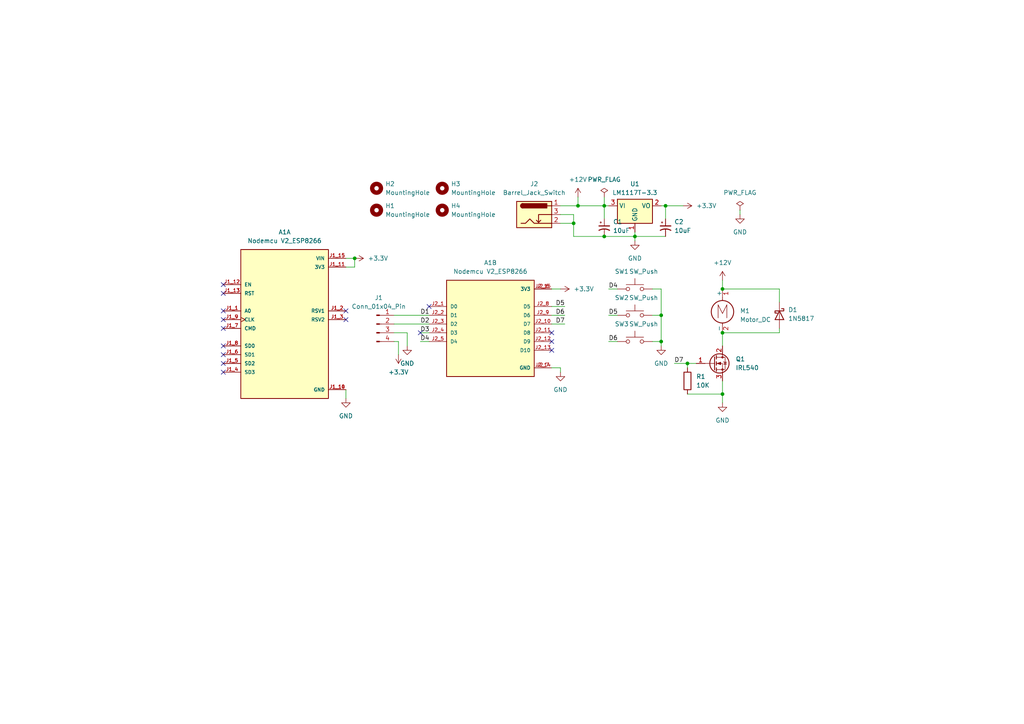
<source format=kicad_sch>
(kicad_sch (version 20230121) (generator eeschema)

  (uuid 9bb757cc-d6f5-4794-82d1-a83c43cfd432)

  (paper "A4")

  (lib_symbols
    (symbol "Connector:Barrel_Jack_Switch" (pin_names hide) (in_bom yes) (on_board yes)
      (property "Reference" "J" (at 0 5.334 0)
        (effects (font (size 1.27 1.27)))
      )
      (property "Value" "Barrel_Jack_Switch" (at 0 -5.08 0)
        (effects (font (size 1.27 1.27)))
      )
      (property "Footprint" "" (at 1.27 -1.016 0)
        (effects (font (size 1.27 1.27)) hide)
      )
      (property "Datasheet" "~" (at 1.27 -1.016 0)
        (effects (font (size 1.27 1.27)) hide)
      )
      (property "ki_keywords" "DC power barrel jack connector" (at 0 0 0)
        (effects (font (size 1.27 1.27)) hide)
      )
      (property "ki_description" "DC Barrel Jack with an internal switch" (at 0 0 0)
        (effects (font (size 1.27 1.27)) hide)
      )
      (property "ki_fp_filters" "BarrelJack*" (at 0 0 0)
        (effects (font (size 1.27 1.27)) hide)
      )
      (symbol "Barrel_Jack_Switch_0_1"
        (rectangle (start -5.08 3.81) (end 5.08 -3.81)
          (stroke (width 0.254) (type default))
          (fill (type background))
        )
        (arc (start -3.302 3.175) (mid -3.9343 2.54) (end -3.302 1.905)
          (stroke (width 0.254) (type default))
          (fill (type none))
        )
        (arc (start -3.302 3.175) (mid -3.9343 2.54) (end -3.302 1.905)
          (stroke (width 0.254) (type default))
          (fill (type outline))
        )
        (polyline
          (pts
            (xy 1.27 -2.286)
            (xy 1.905 -1.651)
          )
          (stroke (width 0.254) (type default))
          (fill (type none))
        )
        (polyline
          (pts
            (xy 5.08 2.54)
            (xy 3.81 2.54)
          )
          (stroke (width 0.254) (type default))
          (fill (type none))
        )
        (polyline
          (pts
            (xy 5.08 0)
            (xy 1.27 0)
            (xy 1.27 -2.286)
            (xy 0.635 -1.651)
          )
          (stroke (width 0.254) (type default))
          (fill (type none))
        )
        (polyline
          (pts
            (xy -3.81 -2.54)
            (xy -2.54 -2.54)
            (xy -1.27 -1.27)
            (xy 0 -2.54)
            (xy 2.54 -2.54)
            (xy 5.08 -2.54)
          )
          (stroke (width 0.254) (type default))
          (fill (type none))
        )
        (rectangle (start 3.683 3.175) (end -3.302 1.905)
          (stroke (width 0.254) (type default))
          (fill (type outline))
        )
      )
      (symbol "Barrel_Jack_Switch_1_1"
        (pin passive line (at 7.62 2.54 180) (length 2.54)
          (name "~" (effects (font (size 1.27 1.27))))
          (number "1" (effects (font (size 1.27 1.27))))
        )
        (pin passive line (at 7.62 -2.54 180) (length 2.54)
          (name "~" (effects (font (size 1.27 1.27))))
          (number "2" (effects (font (size 1.27 1.27))))
        )
        (pin passive line (at 7.62 0 180) (length 2.54)
          (name "~" (effects (font (size 1.27 1.27))))
          (number "3" (effects (font (size 1.27 1.27))))
        )
      )
    )
    (symbol "Connector:Conn_01x04_Pin" (pin_names (offset 1.016) hide) (in_bom yes) (on_board yes)
      (property "Reference" "J" (at 0 5.08 0)
        (effects (font (size 1.27 1.27)))
      )
      (property "Value" "Conn_01x04_Pin" (at 0 -7.62 0)
        (effects (font (size 1.27 1.27)))
      )
      (property "Footprint" "" (at 0 0 0)
        (effects (font (size 1.27 1.27)) hide)
      )
      (property "Datasheet" "~" (at 0 0 0)
        (effects (font (size 1.27 1.27)) hide)
      )
      (property "ki_locked" "" (at 0 0 0)
        (effects (font (size 1.27 1.27)))
      )
      (property "ki_keywords" "connector" (at 0 0 0)
        (effects (font (size 1.27 1.27)) hide)
      )
      (property "ki_description" "Generic connector, single row, 01x04, script generated" (at 0 0 0)
        (effects (font (size 1.27 1.27)) hide)
      )
      (property "ki_fp_filters" "Connector*:*_1x??_*" (at 0 0 0)
        (effects (font (size 1.27 1.27)) hide)
      )
      (symbol "Conn_01x04_Pin_1_1"
        (polyline
          (pts
            (xy 1.27 -5.08)
            (xy 0.8636 -5.08)
          )
          (stroke (width 0.1524) (type default))
          (fill (type none))
        )
        (polyline
          (pts
            (xy 1.27 -2.54)
            (xy 0.8636 -2.54)
          )
          (stroke (width 0.1524) (type default))
          (fill (type none))
        )
        (polyline
          (pts
            (xy 1.27 0)
            (xy 0.8636 0)
          )
          (stroke (width 0.1524) (type default))
          (fill (type none))
        )
        (polyline
          (pts
            (xy 1.27 2.54)
            (xy 0.8636 2.54)
          )
          (stroke (width 0.1524) (type default))
          (fill (type none))
        )
        (rectangle (start 0.8636 -4.953) (end 0 -5.207)
          (stroke (width 0.1524) (type default))
          (fill (type outline))
        )
        (rectangle (start 0.8636 -2.413) (end 0 -2.667)
          (stroke (width 0.1524) (type default))
          (fill (type outline))
        )
        (rectangle (start 0.8636 0.127) (end 0 -0.127)
          (stroke (width 0.1524) (type default))
          (fill (type outline))
        )
        (rectangle (start 0.8636 2.667) (end 0 2.413)
          (stroke (width 0.1524) (type default))
          (fill (type outline))
        )
        (pin passive line (at 5.08 2.54 180) (length 3.81)
          (name "Pin_1" (effects (font (size 1.27 1.27))))
          (number "1" (effects (font (size 1.27 1.27))))
        )
        (pin passive line (at 5.08 0 180) (length 3.81)
          (name "Pin_2" (effects (font (size 1.27 1.27))))
          (number "2" (effects (font (size 1.27 1.27))))
        )
        (pin passive line (at 5.08 -2.54 180) (length 3.81)
          (name "Pin_3" (effects (font (size 1.27 1.27))))
          (number "3" (effects (font (size 1.27 1.27))))
        )
        (pin passive line (at 5.08 -5.08 180) (length 3.81)
          (name "Pin_4" (effects (font (size 1.27 1.27))))
          (number "4" (effects (font (size 1.27 1.27))))
        )
      )
    )
    (symbol "Device:C_Polarized_Small_US" (pin_numbers hide) (pin_names (offset 0.254) hide) (in_bom yes) (on_board yes)
      (property "Reference" "C" (at 0.254 1.778 0)
        (effects (font (size 1.27 1.27)) (justify left))
      )
      (property "Value" "C_Polarized_Small_US" (at 0.254 -2.032 0)
        (effects (font (size 1.27 1.27)) (justify left))
      )
      (property "Footprint" "" (at 0 0 0)
        (effects (font (size 1.27 1.27)) hide)
      )
      (property "Datasheet" "~" (at 0 0 0)
        (effects (font (size 1.27 1.27)) hide)
      )
      (property "ki_keywords" "cap capacitor" (at 0 0 0)
        (effects (font (size 1.27 1.27)) hide)
      )
      (property "ki_description" "Polarized capacitor, small US symbol" (at 0 0 0)
        (effects (font (size 1.27 1.27)) hide)
      )
      (property "ki_fp_filters" "CP_*" (at 0 0 0)
        (effects (font (size 1.27 1.27)) hide)
      )
      (symbol "C_Polarized_Small_US_0_1"
        (polyline
          (pts
            (xy -1.524 0.508)
            (xy 1.524 0.508)
          )
          (stroke (width 0.3048) (type default))
          (fill (type none))
        )
        (polyline
          (pts
            (xy -1.27 1.524)
            (xy -0.762 1.524)
          )
          (stroke (width 0) (type default))
          (fill (type none))
        )
        (polyline
          (pts
            (xy -1.016 1.27)
            (xy -1.016 1.778)
          )
          (stroke (width 0) (type default))
          (fill (type none))
        )
        (arc (start 1.524 -0.762) (mid 0 -0.3734) (end -1.524 -0.762)
          (stroke (width 0.3048) (type default))
          (fill (type none))
        )
      )
      (symbol "C_Polarized_Small_US_1_1"
        (pin passive line (at 0 2.54 270) (length 2.032)
          (name "~" (effects (font (size 1.27 1.27))))
          (number "1" (effects (font (size 1.27 1.27))))
        )
        (pin passive line (at 0 -2.54 90) (length 2.032)
          (name "~" (effects (font (size 1.27 1.27))))
          (number "2" (effects (font (size 1.27 1.27))))
        )
      )
    )
    (symbol "Device:R" (pin_numbers hide) (pin_names (offset 0)) (in_bom yes) (on_board yes)
      (property "Reference" "R" (at 2.032 0 90)
        (effects (font (size 1.27 1.27)))
      )
      (property "Value" "R" (at 0 0 90)
        (effects (font (size 1.27 1.27)))
      )
      (property "Footprint" "" (at -1.778 0 90)
        (effects (font (size 1.27 1.27)) hide)
      )
      (property "Datasheet" "~" (at 0 0 0)
        (effects (font (size 1.27 1.27)) hide)
      )
      (property "ki_keywords" "R res resistor" (at 0 0 0)
        (effects (font (size 1.27 1.27)) hide)
      )
      (property "ki_description" "Resistor" (at 0 0 0)
        (effects (font (size 1.27 1.27)) hide)
      )
      (property "ki_fp_filters" "R_*" (at 0 0 0)
        (effects (font (size 1.27 1.27)) hide)
      )
      (symbol "R_0_1"
        (rectangle (start -1.016 -2.54) (end 1.016 2.54)
          (stroke (width 0.254) (type default))
          (fill (type none))
        )
      )
      (symbol "R_1_1"
        (pin passive line (at 0 3.81 270) (length 1.27)
          (name "~" (effects (font (size 1.27 1.27))))
          (number "1" (effects (font (size 1.27 1.27))))
        )
        (pin passive line (at 0 -3.81 90) (length 1.27)
          (name "~" (effects (font (size 1.27 1.27))))
          (number "2" (effects (font (size 1.27 1.27))))
        )
      )
    )
    (symbol "Diode:1N5817" (pin_numbers hide) (pin_names (offset 1.016) hide) (in_bom yes) (on_board yes)
      (property "Reference" "D" (at 0 2.54 0)
        (effects (font (size 1.27 1.27)))
      )
      (property "Value" "1N5817" (at 0 -2.54 0)
        (effects (font (size 1.27 1.27)))
      )
      (property "Footprint" "Diode_THT:D_DO-41_SOD81_P10.16mm_Horizontal" (at 0 -4.445 0)
        (effects (font (size 1.27 1.27)) hide)
      )
      (property "Datasheet" "http://www.vishay.com/docs/88525/1n5817.pdf" (at 0 0 0)
        (effects (font (size 1.27 1.27)) hide)
      )
      (property "ki_keywords" "diode Schottky" (at 0 0 0)
        (effects (font (size 1.27 1.27)) hide)
      )
      (property "ki_description" "20V 1A Schottky Barrier Rectifier Diode, DO-41" (at 0 0 0)
        (effects (font (size 1.27 1.27)) hide)
      )
      (property "ki_fp_filters" "D*DO?41*" (at 0 0 0)
        (effects (font (size 1.27 1.27)) hide)
      )
      (symbol "1N5817_0_1"
        (polyline
          (pts
            (xy 1.27 0)
            (xy -1.27 0)
          )
          (stroke (width 0) (type default))
          (fill (type none))
        )
        (polyline
          (pts
            (xy 1.27 1.27)
            (xy 1.27 -1.27)
            (xy -1.27 0)
            (xy 1.27 1.27)
          )
          (stroke (width 0.254) (type default))
          (fill (type none))
        )
        (polyline
          (pts
            (xy -1.905 0.635)
            (xy -1.905 1.27)
            (xy -1.27 1.27)
            (xy -1.27 -1.27)
            (xy -0.635 -1.27)
            (xy -0.635 -0.635)
          )
          (stroke (width 0.254) (type default))
          (fill (type none))
        )
      )
      (symbol "1N5817_1_1"
        (pin passive line (at -3.81 0 0) (length 2.54)
          (name "K" (effects (font (size 1.27 1.27))))
          (number "1" (effects (font (size 1.27 1.27))))
        )
        (pin passive line (at 3.81 0 180) (length 2.54)
          (name "A" (effects (font (size 1.27 1.27))))
          (number "2" (effects (font (size 1.27 1.27))))
        )
      )
    )
    (symbol "Mechanical:MountingHole" (pin_names (offset 1.016)) (in_bom yes) (on_board yes)
      (property "Reference" "H" (at 0 5.08 0)
        (effects (font (size 1.27 1.27)))
      )
      (property "Value" "MountingHole" (at 0 3.175 0)
        (effects (font (size 1.27 1.27)))
      )
      (property "Footprint" "" (at 0 0 0)
        (effects (font (size 1.27 1.27)) hide)
      )
      (property "Datasheet" "~" (at 0 0 0)
        (effects (font (size 1.27 1.27)) hide)
      )
      (property "ki_keywords" "mounting hole" (at 0 0 0)
        (effects (font (size 1.27 1.27)) hide)
      )
      (property "ki_description" "Mounting Hole without connection" (at 0 0 0)
        (effects (font (size 1.27 1.27)) hide)
      )
      (property "ki_fp_filters" "MountingHole*" (at 0 0 0)
        (effects (font (size 1.27 1.27)) hide)
      )
      (symbol "MountingHole_0_1"
        (circle (center 0 0) (radius 1.27)
          (stroke (width 1.27) (type default))
          (fill (type none))
        )
      )
    )
    (symbol "Motor:Motor_DC" (pin_names (offset 0)) (in_bom yes) (on_board yes)
      (property "Reference" "M" (at 2.54 2.54 0)
        (effects (font (size 1.27 1.27)) (justify left))
      )
      (property "Value" "Motor_DC" (at 2.54 -5.08 0)
        (effects (font (size 1.27 1.27)) (justify left top))
      )
      (property "Footprint" "" (at 0 -2.286 0)
        (effects (font (size 1.27 1.27)) hide)
      )
      (property "Datasheet" "~" (at 0 -2.286 0)
        (effects (font (size 1.27 1.27)) hide)
      )
      (property "ki_keywords" "DC Motor" (at 0 0 0)
        (effects (font (size 1.27 1.27)) hide)
      )
      (property "ki_description" "DC Motor" (at 0 0 0)
        (effects (font (size 1.27 1.27)) hide)
      )
      (property "ki_fp_filters" "PinHeader*P2.54mm* TerminalBlock*" (at 0 0 0)
        (effects (font (size 1.27 1.27)) hide)
      )
      (symbol "Motor_DC_0_0"
        (polyline
          (pts
            (xy -1.27 -3.302)
            (xy -1.27 0.508)
            (xy 0 -2.032)
            (xy 1.27 0.508)
            (xy 1.27 -3.302)
          )
          (stroke (width 0) (type default))
          (fill (type none))
        )
      )
      (symbol "Motor_DC_0_1"
        (circle (center 0 -1.524) (radius 3.2512)
          (stroke (width 0.254) (type default))
          (fill (type none))
        )
        (polyline
          (pts
            (xy 0 -7.62)
            (xy 0 -7.112)
          )
          (stroke (width 0) (type default))
          (fill (type none))
        )
        (polyline
          (pts
            (xy 0 -4.7752)
            (xy 0 -5.1816)
          )
          (stroke (width 0) (type default))
          (fill (type none))
        )
        (polyline
          (pts
            (xy 0 1.7272)
            (xy 0 2.0828)
          )
          (stroke (width 0) (type default))
          (fill (type none))
        )
        (polyline
          (pts
            (xy 0 2.032)
            (xy 0 2.54)
          )
          (stroke (width 0) (type default))
          (fill (type none))
        )
      )
      (symbol "Motor_DC_1_1"
        (pin passive line (at 0 5.08 270) (length 2.54)
          (name "+" (effects (font (size 1.27 1.27))))
          (number "1" (effects (font (size 1.27 1.27))))
        )
        (pin passive line (at 0 -7.62 90) (length 2.54)
          (name "-" (effects (font (size 1.27 1.27))))
          (number "2" (effects (font (size 1.27 1.27))))
        )
      )
    )
    (symbol "PCM_Espressif:Nodemcu V2_ESP8266" (pin_names (offset 1.016)) (in_bom yes) (on_board yes)
      (property "Reference" "A" (at -12.7 21.59 0)
        (effects (font (size 1.27 1.27)) (justify left bottom))
      )
      (property "Value" "Nodemcu V2_ESP8266" (at -12.7 -24.13 0)
        (effects (font (size 1.27 1.27)) (justify left top))
      )
      (property "Footprint" "SEEED_113990105" (at 0 0 0)
        (effects (font (size 1.27 1.27)) (justify bottom) hide)
      )
      (property "Datasheet" "" (at 0 0 0)
        (effects (font (size 1.27 1.27)) hide)
      )
      (property "PARTREV" "N/A" (at 0 0 0)
        (effects (font (size 1.27 1.27)) (justify bottom) hide)
      )
      (property "STANDARD" "Manufacturer Recommendations" (at 0 0 0)
        (effects (font (size 1.27 1.27)) (justify bottom) hide)
      )
      (property "MAXIMUM_PACKAGE_HEIGHT" "N/A" (at 0 0 0)
        (effects (font (size 1.27 1.27)) (justify bottom) hide)
      )
      (property "MANUFACTURER" "Seeed" (at 0 0 0)
        (effects (font (size 1.27 1.27)) (justify bottom) hide)
      )
      (symbol "Nodemcu V2_ESP8266_1_0"
        (rectangle (start -12.7 -22.86) (end 12.7 20.32)
          (stroke (width 0.254) (type default))
          (fill (type background))
        )
        (pin bidirectional line (at -17.78 2.54 0) (length 5.08)
          (name "A0" (effects (font (size 1.016 1.016))))
          (number "J1_1" (effects (font (size 1.016 1.016))))
        )
        (pin power_in line (at 17.78 -20.32 180) (length 5.08)
          (name "GND" (effects (font (size 1.016 1.016))))
          (number "J1_10" (effects (font (size 1.016 1.016))))
        )
        (pin power_in line (at 17.78 15.24 180) (length 5.08)
          (name "3V3" (effects (font (size 1.016 1.016))))
          (number "J1_11" (effects (font (size 1.016 1.016))))
        )
        (pin input line (at -17.78 10.16 0) (length 5.08)
          (name "EN" (effects (font (size 1.016 1.016))))
          (number "J1_12" (effects (font (size 1.016 1.016))))
        )
        (pin input line (at -17.78 7.62 0) (length 5.08)
          (name "RST" (effects (font (size 1.016 1.016))))
          (number "J1_13" (effects (font (size 1.016 1.016))))
        )
        (pin power_in line (at 17.78 -20.32 180) (length 5.08)
          (name "GND" (effects (font (size 1.016 1.016))))
          (number "J1_14" (effects (font (size 1.016 1.016))))
        )
        (pin power_in line (at 17.78 17.78 180) (length 5.08)
          (name "VIN" (effects (font (size 1.016 1.016))))
          (number "J1_15" (effects (font (size 1.016 1.016))))
        )
        (pin bidirectional line (at 17.78 2.54 180) (length 5.08)
          (name "RSV1" (effects (font (size 1.016 1.016))))
          (number "J1_2" (effects (font (size 1.016 1.016))))
        )
        (pin bidirectional line (at 17.78 0 180) (length 5.08)
          (name "RSV2" (effects (font (size 1.016 1.016))))
          (number "J1_3" (effects (font (size 1.016 1.016))))
        )
        (pin bidirectional line (at -17.78 -15.24 0) (length 5.08)
          (name "SD3" (effects (font (size 1.016 1.016))))
          (number "J1_4" (effects (font (size 1.016 1.016))))
        )
        (pin bidirectional line (at -17.78 -12.7 0) (length 5.08)
          (name "SD2" (effects (font (size 1.016 1.016))))
          (number "J1_5" (effects (font (size 1.016 1.016))))
        )
        (pin bidirectional line (at -17.78 -10.16 0) (length 5.08)
          (name "SD1" (effects (font (size 1.016 1.016))))
          (number "J1_6" (effects (font (size 1.016 1.016))))
        )
        (pin bidirectional line (at -17.78 -2.54 0) (length 5.08)
          (name "CMD" (effects (font (size 1.016 1.016))))
          (number "J1_7" (effects (font (size 1.016 1.016))))
        )
        (pin bidirectional line (at -17.78 -7.62 0) (length 5.08)
          (name "SD0" (effects (font (size 1.016 1.016))))
          (number "J1_8" (effects (font (size 1.016 1.016))))
        )
        (pin bidirectional clock (at -17.78 0 0) (length 5.08)
          (name "CLK" (effects (font (size 1.016 1.016))))
          (number "J1_9" (effects (font (size 1.016 1.016))))
        )
      )
      (symbol "Nodemcu V2_ESP8266_2_0"
        (rectangle (start -12.7 -15.24) (end 12.7 12.7)
          (stroke (width 0.254) (type default))
          (fill (type background))
        )
        (pin bidirectional line (at -17.78 5.08 0) (length 5.08)
          (name "D0" (effects (font (size 1.016 1.016))))
          (number "J2_1" (effects (font (size 1.016 1.016))))
        )
        (pin bidirectional line (at 17.78 0 180) (length 5.08)
          (name "D7" (effects (font (size 1.016 1.016))))
          (number "J2_10" (effects (font (size 1.016 1.016))))
        )
        (pin bidirectional line (at 17.78 -2.54 180) (length 5.08)
          (name "D8" (effects (font (size 1.016 1.016))))
          (number "J2_11" (effects (font (size 1.016 1.016))))
        )
        (pin bidirectional line (at 17.78 -5.08 180) (length 5.08)
          (name "D9" (effects (font (size 1.016 1.016))))
          (number "J2_12" (effects (font (size 1.016 1.016))))
        )
        (pin bidirectional line (at 17.78 -7.62 180) (length 5.08)
          (name "D10" (effects (font (size 1.016 1.016))))
          (number "J2_13" (effects (font (size 1.016 1.016))))
        )
        (pin power_in line (at 17.78 -12.7 180) (length 5.08)
          (name "GND" (effects (font (size 1.016 1.016))))
          (number "J2_14" (effects (font (size 1.016 1.016))))
        )
        (pin power_in line (at 17.78 10.16 180) (length 5.08)
          (name "3V3" (effects (font (size 1.016 1.016))))
          (number "J2_15" (effects (font (size 1.016 1.016))))
        )
        (pin bidirectional line (at -17.78 2.54 0) (length 5.08)
          (name "D1" (effects (font (size 1.016 1.016))))
          (number "J2_2" (effects (font (size 1.016 1.016))))
        )
        (pin bidirectional line (at -17.78 0 0) (length 5.08)
          (name "D2" (effects (font (size 1.016 1.016))))
          (number "J2_3" (effects (font (size 1.016 1.016))))
        )
        (pin bidirectional line (at -17.78 -2.54 0) (length 5.08)
          (name "D3" (effects (font (size 1.016 1.016))))
          (number "J2_4" (effects (font (size 1.016 1.016))))
        )
        (pin bidirectional line (at -17.78 -5.08 0) (length 5.08)
          (name "D4" (effects (font (size 1.016 1.016))))
          (number "J2_5" (effects (font (size 1.016 1.016))))
        )
        (pin power_in line (at 17.78 10.16 180) (length 5.08)
          (name "3V3" (effects (font (size 1.016 1.016))))
          (number "J2_6" (effects (font (size 1.016 1.016))))
        )
        (pin power_in line (at 17.78 -12.7 180) (length 5.08)
          (name "GND" (effects (font (size 1.016 1.016))))
          (number "J2_7" (effects (font (size 1.016 1.016))))
        )
        (pin bidirectional line (at 17.78 5.08 180) (length 5.08)
          (name "D5" (effects (font (size 1.016 1.016))))
          (number "J2_8" (effects (font (size 1.016 1.016))))
        )
        (pin bidirectional line (at 17.78 2.54 180) (length 5.08)
          (name "D6" (effects (font (size 1.016 1.016))))
          (number "J2_9" (effects (font (size 1.016 1.016))))
        )
      )
    )
    (symbol "Regulator_Linear:LM1117T-3.3" (in_bom yes) (on_board yes)
      (property "Reference" "U" (at -3.81 3.175 0)
        (effects (font (size 1.27 1.27)))
      )
      (property "Value" "LM1117T-3.3" (at 0 3.175 0)
        (effects (font (size 1.27 1.27)) (justify left))
      )
      (property "Footprint" "Package_TO_SOT_THT:TO-220-3_Horizontal_TabDown" (at 0 0 0)
        (effects (font (size 1.27 1.27)) hide)
      )
      (property "Datasheet" "http://www.ti.com/lit/ds/symlink/lm1117.pdf" (at 0 0 0)
        (effects (font (size 1.27 1.27)) hide)
      )
      (property "ki_keywords" "linear regulator ldo fixed positive" (at 0 0 0)
        (effects (font (size 1.27 1.27)) hide)
      )
      (property "ki_description" "800mA Low-Dropout Linear Regulator, 3.3V fixed output, TO-220" (at 0 0 0)
        (effects (font (size 1.27 1.27)) hide)
      )
      (property "ki_fp_filters" "TO?220*" (at 0 0 0)
        (effects (font (size 1.27 1.27)) hide)
      )
      (symbol "LM1117T-3.3_0_1"
        (rectangle (start -5.08 -5.08) (end 5.08 1.905)
          (stroke (width 0.254) (type default))
          (fill (type background))
        )
      )
      (symbol "LM1117T-3.3_1_1"
        (pin power_in line (at 0 -7.62 90) (length 2.54)
          (name "GND" (effects (font (size 1.27 1.27))))
          (number "1" (effects (font (size 1.27 1.27))))
        )
        (pin power_out line (at 7.62 0 180) (length 2.54)
          (name "VO" (effects (font (size 1.27 1.27))))
          (number "2" (effects (font (size 1.27 1.27))))
        )
        (pin power_in line (at -7.62 0 0) (length 2.54)
          (name "VI" (effects (font (size 1.27 1.27))))
          (number "3" (effects (font (size 1.27 1.27))))
        )
      )
    )
    (symbol "Switch:SW_Push" (pin_numbers hide) (pin_names (offset 1.016) hide) (in_bom yes) (on_board yes)
      (property "Reference" "SW" (at 1.27 2.54 0)
        (effects (font (size 1.27 1.27)) (justify left))
      )
      (property "Value" "SW_Push" (at 0 -1.524 0)
        (effects (font (size 1.27 1.27)))
      )
      (property "Footprint" "" (at 0 5.08 0)
        (effects (font (size 1.27 1.27)) hide)
      )
      (property "Datasheet" "~" (at 0 5.08 0)
        (effects (font (size 1.27 1.27)) hide)
      )
      (property "ki_keywords" "switch normally-open pushbutton push-button" (at 0 0 0)
        (effects (font (size 1.27 1.27)) hide)
      )
      (property "ki_description" "Push button switch, generic, two pins" (at 0 0 0)
        (effects (font (size 1.27 1.27)) hide)
      )
      (symbol "SW_Push_0_1"
        (circle (center -2.032 0) (radius 0.508)
          (stroke (width 0) (type default))
          (fill (type none))
        )
        (polyline
          (pts
            (xy 0 1.27)
            (xy 0 3.048)
          )
          (stroke (width 0) (type default))
          (fill (type none))
        )
        (polyline
          (pts
            (xy 2.54 1.27)
            (xy -2.54 1.27)
          )
          (stroke (width 0) (type default))
          (fill (type none))
        )
        (circle (center 2.032 0) (radius 0.508)
          (stroke (width 0) (type default))
          (fill (type none))
        )
        (pin passive line (at -5.08 0 0) (length 2.54)
          (name "1" (effects (font (size 1.27 1.27))))
          (number "1" (effects (font (size 1.27 1.27))))
        )
        (pin passive line (at 5.08 0 180) (length 2.54)
          (name "2" (effects (font (size 1.27 1.27))))
          (number "2" (effects (font (size 1.27 1.27))))
        )
      )
    )
    (symbol "Transistor_FET:IRLZ24" (pin_names hide) (in_bom yes) (on_board yes)
      (property "Reference" "Q" (at 6.35 1.905 0)
        (effects (font (size 1.27 1.27)) (justify left))
      )
      (property "Value" "IRLZ24" (at 6.35 0 0)
        (effects (font (size 1.27 1.27)) (justify left))
      )
      (property "Footprint" "Package_TO_SOT_THT:TO-220-3_Vertical" (at 6.35 -1.905 0)
        (effects (font (size 1.27 1.27) italic) (justify left) hide)
      )
      (property "Datasheet" "https://www.vishay.com/docs/91326/sihlz24.pdf" (at 0 0 0)
        (effects (font (size 1.27 1.27)) (justify left) hide)
      )
      (property "ki_keywords" "N-Channel Power MOSFET" (at 0 0 0)
        (effects (font (size 1.27 1.27)) hide)
      )
      (property "ki_description" "17A Id, 60V Vds, N-Channel Power MOSFET, TO-220AB" (at 0 0 0)
        (effects (font (size 1.27 1.27)) hide)
      )
      (property "ki_fp_filters" "TO?220*" (at 0 0 0)
        (effects (font (size 1.27 1.27)) hide)
      )
      (symbol "IRLZ24_0_1"
        (polyline
          (pts
            (xy 0.254 0)
            (xy -2.54 0)
          )
          (stroke (width 0) (type default))
          (fill (type none))
        )
        (polyline
          (pts
            (xy 0.254 1.905)
            (xy 0.254 -1.905)
          )
          (stroke (width 0.254) (type default))
          (fill (type none))
        )
        (polyline
          (pts
            (xy 0.762 -1.27)
            (xy 0.762 -2.286)
          )
          (stroke (width 0.254) (type default))
          (fill (type none))
        )
        (polyline
          (pts
            (xy 0.762 0.508)
            (xy 0.762 -0.508)
          )
          (stroke (width 0.254) (type default))
          (fill (type none))
        )
        (polyline
          (pts
            (xy 0.762 2.286)
            (xy 0.762 1.27)
          )
          (stroke (width 0.254) (type default))
          (fill (type none))
        )
        (polyline
          (pts
            (xy 2.54 2.54)
            (xy 2.54 1.778)
          )
          (stroke (width 0) (type default))
          (fill (type none))
        )
        (polyline
          (pts
            (xy 2.54 -2.54)
            (xy 2.54 0)
            (xy 0.762 0)
          )
          (stroke (width 0) (type default))
          (fill (type none))
        )
        (polyline
          (pts
            (xy 0.762 -1.778)
            (xy 3.302 -1.778)
            (xy 3.302 1.778)
            (xy 0.762 1.778)
          )
          (stroke (width 0) (type default))
          (fill (type none))
        )
        (polyline
          (pts
            (xy 1.016 0)
            (xy 2.032 0.381)
            (xy 2.032 -0.381)
            (xy 1.016 0)
          )
          (stroke (width 0) (type default))
          (fill (type outline))
        )
        (polyline
          (pts
            (xy 2.794 0.508)
            (xy 2.921 0.381)
            (xy 3.683 0.381)
            (xy 3.81 0.254)
          )
          (stroke (width 0) (type default))
          (fill (type none))
        )
        (polyline
          (pts
            (xy 3.302 0.381)
            (xy 2.921 -0.254)
            (xy 3.683 -0.254)
            (xy 3.302 0.381)
          )
          (stroke (width 0) (type default))
          (fill (type none))
        )
        (circle (center 1.651 0) (radius 2.794)
          (stroke (width 0.254) (type default))
          (fill (type none))
        )
        (circle (center 2.54 -1.778) (radius 0.254)
          (stroke (width 0) (type default))
          (fill (type outline))
        )
        (circle (center 2.54 1.778) (radius 0.254)
          (stroke (width 0) (type default))
          (fill (type outline))
        )
      )
      (symbol "IRLZ24_1_1"
        (pin input line (at -5.08 0 0) (length 2.54)
          (name "G" (effects (font (size 1.27 1.27))))
          (number "1" (effects (font (size 1.27 1.27))))
        )
        (pin passive line (at 2.54 5.08 270) (length 2.54)
          (name "D" (effects (font (size 1.27 1.27))))
          (number "2" (effects (font (size 1.27 1.27))))
        )
        (pin passive line (at 2.54 -5.08 90) (length 2.54)
          (name "S" (effects (font (size 1.27 1.27))))
          (number "3" (effects (font (size 1.27 1.27))))
        )
      )
    )
    (symbol "power:+12V" (power) (pin_names (offset 0)) (in_bom yes) (on_board yes)
      (property "Reference" "#PWR" (at 0 -3.81 0)
        (effects (font (size 1.27 1.27)) hide)
      )
      (property "Value" "+12V" (at 0 3.556 0)
        (effects (font (size 1.27 1.27)))
      )
      (property "Footprint" "" (at 0 0 0)
        (effects (font (size 1.27 1.27)) hide)
      )
      (property "Datasheet" "" (at 0 0 0)
        (effects (font (size 1.27 1.27)) hide)
      )
      (property "ki_keywords" "global power" (at 0 0 0)
        (effects (font (size 1.27 1.27)) hide)
      )
      (property "ki_description" "Power symbol creates a global label with name \"+12V\"" (at 0 0 0)
        (effects (font (size 1.27 1.27)) hide)
      )
      (symbol "+12V_0_1"
        (polyline
          (pts
            (xy -0.762 1.27)
            (xy 0 2.54)
          )
          (stroke (width 0) (type default))
          (fill (type none))
        )
        (polyline
          (pts
            (xy 0 0)
            (xy 0 2.54)
          )
          (stroke (width 0) (type default))
          (fill (type none))
        )
        (polyline
          (pts
            (xy 0 2.54)
            (xy 0.762 1.27)
          )
          (stroke (width 0) (type default))
          (fill (type none))
        )
      )
      (symbol "+12V_1_1"
        (pin power_in line (at 0 0 90) (length 0) hide
          (name "+12V" (effects (font (size 1.27 1.27))))
          (number "1" (effects (font (size 1.27 1.27))))
        )
      )
    )
    (symbol "power:+3.3V" (power) (pin_names (offset 0)) (in_bom yes) (on_board yes)
      (property "Reference" "#PWR" (at 0 -3.81 0)
        (effects (font (size 1.27 1.27)) hide)
      )
      (property "Value" "+3.3V" (at 0 3.556 0)
        (effects (font (size 1.27 1.27)))
      )
      (property "Footprint" "" (at 0 0 0)
        (effects (font (size 1.27 1.27)) hide)
      )
      (property "Datasheet" "" (at 0 0 0)
        (effects (font (size 1.27 1.27)) hide)
      )
      (property "ki_keywords" "global power" (at 0 0 0)
        (effects (font (size 1.27 1.27)) hide)
      )
      (property "ki_description" "Power symbol creates a global label with name \"+3.3V\"" (at 0 0 0)
        (effects (font (size 1.27 1.27)) hide)
      )
      (symbol "+3.3V_0_1"
        (polyline
          (pts
            (xy -0.762 1.27)
            (xy 0 2.54)
          )
          (stroke (width 0) (type default))
          (fill (type none))
        )
        (polyline
          (pts
            (xy 0 0)
            (xy 0 2.54)
          )
          (stroke (width 0) (type default))
          (fill (type none))
        )
        (polyline
          (pts
            (xy 0 2.54)
            (xy 0.762 1.27)
          )
          (stroke (width 0) (type default))
          (fill (type none))
        )
      )
      (symbol "+3.3V_1_1"
        (pin power_in line (at 0 0 90) (length 0) hide
          (name "+3.3V" (effects (font (size 1.27 1.27))))
          (number "1" (effects (font (size 1.27 1.27))))
        )
      )
    )
    (symbol "power:GND" (power) (pin_names (offset 0)) (in_bom yes) (on_board yes)
      (property "Reference" "#PWR" (at 0 -6.35 0)
        (effects (font (size 1.27 1.27)) hide)
      )
      (property "Value" "GND" (at 0 -3.81 0)
        (effects (font (size 1.27 1.27)))
      )
      (property "Footprint" "" (at 0 0 0)
        (effects (font (size 1.27 1.27)) hide)
      )
      (property "Datasheet" "" (at 0 0 0)
        (effects (font (size 1.27 1.27)) hide)
      )
      (property "ki_keywords" "global power" (at 0 0 0)
        (effects (font (size 1.27 1.27)) hide)
      )
      (property "ki_description" "Power symbol creates a global label with name \"GND\" , ground" (at 0 0 0)
        (effects (font (size 1.27 1.27)) hide)
      )
      (symbol "GND_0_1"
        (polyline
          (pts
            (xy 0 0)
            (xy 0 -1.27)
            (xy 1.27 -1.27)
            (xy 0 -2.54)
            (xy -1.27 -1.27)
            (xy 0 -1.27)
          )
          (stroke (width 0) (type default))
          (fill (type none))
        )
      )
      (symbol "GND_1_1"
        (pin power_in line (at 0 0 270) (length 0) hide
          (name "GND" (effects (font (size 1.27 1.27))))
          (number "1" (effects (font (size 1.27 1.27))))
        )
      )
    )
    (symbol "power:PWR_FLAG" (power) (pin_numbers hide) (pin_names (offset 0) hide) (in_bom yes) (on_board yes)
      (property "Reference" "#FLG" (at 0 1.905 0)
        (effects (font (size 1.27 1.27)) hide)
      )
      (property "Value" "PWR_FLAG" (at 0 3.81 0)
        (effects (font (size 1.27 1.27)))
      )
      (property "Footprint" "" (at 0 0 0)
        (effects (font (size 1.27 1.27)) hide)
      )
      (property "Datasheet" "~" (at 0 0 0)
        (effects (font (size 1.27 1.27)) hide)
      )
      (property "ki_keywords" "flag power" (at 0 0 0)
        (effects (font (size 1.27 1.27)) hide)
      )
      (property "ki_description" "Special symbol for telling ERC where power comes from" (at 0 0 0)
        (effects (font (size 1.27 1.27)) hide)
      )
      (symbol "PWR_FLAG_0_0"
        (pin power_out line (at 0 0 90) (length 0)
          (name "pwr" (effects (font (size 1.27 1.27))))
          (number "1" (effects (font (size 1.27 1.27))))
        )
      )
      (symbol "PWR_FLAG_0_1"
        (polyline
          (pts
            (xy 0 0)
            (xy 0 1.27)
            (xy -1.016 1.905)
            (xy 0 2.54)
            (xy 1.016 1.905)
            (xy 0 1.27)
          )
          (stroke (width 0) (type default))
          (fill (type none))
        )
      )
    )
  )

  (junction (at 175.26 59.69) (diameter 0) (color 0 0 0 0)
    (uuid 36de341e-9ffe-409a-a4bf-ae1b5a00cd78)
  )
  (junction (at 102.87 74.93) (diameter 0) (color 0 0 0 0)
    (uuid 3780667f-ad3f-4aea-94d3-462df388b168)
  )
  (junction (at 167.64 59.69) (diameter 0) (color 0 0 0 0)
    (uuid 3c578c8e-bffd-48f6-881f-197ff19026c2)
  )
  (junction (at 209.55 96.52) (diameter 0) (color 0 0 0 0)
    (uuid 3e53da41-acc8-494a-aab1-a5093c5f46ef)
  )
  (junction (at 193.04 59.69) (diameter 0) (color 0 0 0 0)
    (uuid 44bb21c9-20d2-4003-ade4-67ebd28dd0af)
  )
  (junction (at 209.55 114.3) (diameter 0) (color 0 0 0 0)
    (uuid 7c5e8540-656c-4094-b234-74bc39858768)
  )
  (junction (at 166.37 64.77) (diameter 0) (color 0 0 0 0)
    (uuid 88268e31-e173-402e-994f-ebc266623510)
  )
  (junction (at 191.77 91.44) (diameter 0) (color 0 0 0 0)
    (uuid 8cb81b6c-480d-4eed-955b-177a11acc0a3)
  )
  (junction (at 209.55 83.82) (diameter 0) (color 0 0 0 0)
    (uuid 9ae5fa9c-87c5-481c-904c-6279ad24dfa2)
  )
  (junction (at 191.77 99.06) (diameter 0) (color 0 0 0 0)
    (uuid a5f5468c-45fe-4cdb-bbd9-f334280e109b)
  )
  (junction (at 199.39 105.41) (diameter 0) (color 0 0 0 0)
    (uuid c3de0488-96be-4d86-8d27-96ba27d0ca1b)
  )
  (junction (at 184.15 68.58) (diameter 0) (color 0 0 0 0)
    (uuid e1d9a8f7-8e9a-455f-b4c3-fb1507215d54)
  )
  (junction (at 175.26 68.58) (diameter 0) (color 0 0 0 0)
    (uuid ebf52003-fe5f-4326-b56b-cf0da8784f05)
  )

  (no_connect (at 160.02 99.06) (uuid 0b88dd6a-844d-4287-96b6-347c47f22d03))
  (no_connect (at 160.02 101.6) (uuid 0dd719d2-ba21-4c9b-b7c5-539c17f9b7a3))
  (no_connect (at 64.77 85.09) (uuid 1ddddc18-b936-40b7-a5fd-b216eeb91aba))
  (no_connect (at 160.02 96.52) (uuid 4b73b0ca-5a38-4aa2-9348-ecc70aa7167f))
  (no_connect (at 64.77 92.71) (uuid 8f47ca79-8ca9-4098-a2a7-55f06ca50ea5))
  (no_connect (at 64.77 100.33) (uuid 972b11b5-486b-4472-aaf9-0261f3eab8f3))
  (no_connect (at 100.33 92.71) (uuid b93bebf3-2a06-48a4-8d07-7703de3b604a))
  (no_connect (at 64.77 105.41) (uuid bd088cf1-a6ad-42a1-8984-5ec7d26d8867))
  (no_connect (at 64.77 82.55) (uuid c08e5aee-bbe1-43a1-9223-8eb748f85a57))
  (no_connect (at 64.77 102.87) (uuid c7e0d95d-e70a-41cd-a77b-3b24d2911bef))
  (no_connect (at 124.46 88.9) (uuid d559931c-b30a-4068-9f09-49ddff8b2a3f))
  (no_connect (at 64.77 90.17) (uuid d68ef2ca-3547-4fc2-a5a5-c2cb03902474))
  (no_connect (at 64.77 95.25) (uuid d985cc4b-7d2e-44a9-b2da-8b3229273ec3))
  (no_connect (at 64.77 107.95) (uuid e3561634-226a-4984-b7a6-db266878d4bf))
  (no_connect (at 100.33 90.17) (uuid e35ce2fb-9e19-464f-a3e4-f630d126244a))
  (no_connect (at 121.92 96.52) (uuid ecc8c765-db02-46ff-a489-acea2c35c0a5))

  (wire (pts (xy 102.87 77.47) (xy 102.87 74.93))
    (stroke (width 0) (type default))
    (uuid 016303ca-1254-45dd-9deb-5c75f571abbd)
  )
  (wire (pts (xy 199.39 105.41) (xy 199.39 106.68))
    (stroke (width 0) (type default))
    (uuid 0ae19b10-f298-49d7-8290-f2beaa709bae)
  )
  (wire (pts (xy 176.53 91.44) (xy 179.07 91.44))
    (stroke (width 0) (type default))
    (uuid 16ee3b74-2f4a-4f47-b3ea-a09fbc513929)
  )
  (wire (pts (xy 226.06 95.25) (xy 226.06 96.52))
    (stroke (width 0) (type default))
    (uuid 23612785-e1b1-4192-8d36-4964a3fbdde5)
  )
  (wire (pts (xy 214.63 60.96) (xy 214.63 62.23))
    (stroke (width 0) (type default))
    (uuid 25f24b8e-d582-4961-95d7-07e685ab76f2)
  )
  (wire (pts (xy 162.56 62.23) (xy 166.37 62.23))
    (stroke (width 0) (type default))
    (uuid 2c0cb63d-be24-4463-bc0a-b3325fb3dc45)
  )
  (wire (pts (xy 176.53 99.06) (xy 179.07 99.06))
    (stroke (width 0) (type default))
    (uuid 2c4585e2-cba6-4fbd-99f1-f1f5c4445504)
  )
  (wire (pts (xy 184.15 68.58) (xy 193.04 68.58))
    (stroke (width 0) (type default))
    (uuid 2c710e42-798b-422d-8d4b-454f30693532)
  )
  (wire (pts (xy 191.77 91.44) (xy 191.77 99.06))
    (stroke (width 0) (type default))
    (uuid 2ea5558f-53dc-4768-bd78-067b9458520f)
  )
  (wire (pts (xy 167.64 57.15) (xy 167.64 59.69))
    (stroke (width 0) (type default))
    (uuid 384837ab-582a-43f2-ba47-03c6ce748ed5)
  )
  (wire (pts (xy 100.33 113.03) (xy 100.33 115.57))
    (stroke (width 0) (type default))
    (uuid 3ab7fc08-3867-4ea2-9264-c21276442ad4)
  )
  (wire (pts (xy 114.3 91.44) (xy 124.46 91.44))
    (stroke (width 0) (type default))
    (uuid 4142a054-194f-4cfc-a7f9-6b1cd7f2d216)
  )
  (wire (pts (xy 189.23 91.44) (xy 191.77 91.44))
    (stroke (width 0) (type default))
    (uuid 49d87b51-d6b1-493a-9a2e-a725061045b4)
  )
  (wire (pts (xy 114.3 93.98) (xy 124.46 93.98))
    (stroke (width 0) (type default))
    (uuid 5325fc48-b212-49af-ba08-0b86d7e65cbe)
  )
  (wire (pts (xy 189.23 83.82) (xy 191.77 83.82))
    (stroke (width 0) (type default))
    (uuid 542b078a-f804-46e6-add3-17cdf9e8e8e9)
  )
  (wire (pts (xy 184.15 68.58) (xy 184.15 69.85))
    (stroke (width 0) (type default))
    (uuid 548b44f0-3766-4343-b0d6-824f9f124a57)
  )
  (wire (pts (xy 121.92 99.06) (xy 124.46 99.06))
    (stroke (width 0) (type default))
    (uuid 61d844fe-27ac-4624-9e05-5972b5d164b4)
  )
  (wire (pts (xy 184.15 67.31) (xy 184.15 68.58))
    (stroke (width 0) (type default))
    (uuid 63ca7697-aa02-4f2b-a130-50dfee7119c0)
  )
  (wire (pts (xy 226.06 96.52) (xy 209.55 96.52))
    (stroke (width 0) (type default))
    (uuid 6f77cd9e-f9a8-471b-b7a3-7a1e21280a0e)
  )
  (wire (pts (xy 209.55 110.49) (xy 209.55 114.3))
    (stroke (width 0) (type default))
    (uuid 6f9b1de7-f98b-4b52-81d1-5b7edc5b8381)
  )
  (wire (pts (xy 193.04 63.5) (xy 193.04 59.69))
    (stroke (width 0) (type default))
    (uuid 73035ec6-fed2-4e18-ac97-3df4472a01e3)
  )
  (wire (pts (xy 114.3 99.06) (xy 115.57 99.06))
    (stroke (width 0) (type default))
    (uuid 74c4d286-c967-40c4-b1ac-7cab196602d3)
  )
  (wire (pts (xy 226.06 83.82) (xy 226.06 87.63))
    (stroke (width 0) (type default))
    (uuid 7581ac45-4661-4901-96f0-a5e228c03c67)
  )
  (wire (pts (xy 160.02 91.44) (xy 163.83 91.44))
    (stroke (width 0) (type default))
    (uuid 79ebed23-88f2-4861-8883-c0c1e8de0fbd)
  )
  (wire (pts (xy 209.55 114.3) (xy 209.55 116.84))
    (stroke (width 0) (type default))
    (uuid 7f41179e-aa28-4079-a699-d10d7a14a122)
  )
  (wire (pts (xy 191.77 83.82) (xy 191.77 91.44))
    (stroke (width 0) (type default))
    (uuid 8745b7e7-4bb5-434f-b865-82b4cc4740c4)
  )
  (wire (pts (xy 160.02 93.98) (xy 163.83 93.98))
    (stroke (width 0) (type default))
    (uuid 878567ed-1c89-4c38-8e95-ad499765d237)
  )
  (wire (pts (xy 189.23 99.06) (xy 191.77 99.06))
    (stroke (width 0) (type default))
    (uuid 88c0a435-8f9d-4905-af62-38afc601de39)
  )
  (wire (pts (xy 162.56 106.68) (xy 162.56 107.95))
    (stroke (width 0) (type default))
    (uuid 94d60799-4c5d-4580-b123-dc90ec9cfcfc)
  )
  (wire (pts (xy 176.53 83.82) (xy 179.07 83.82))
    (stroke (width 0) (type default))
    (uuid 9a74f27b-64b3-405f-a726-602f826b7224)
  )
  (wire (pts (xy 191.77 99.06) (xy 191.77 100.33))
    (stroke (width 0) (type default))
    (uuid 9e3c30f6-5ae8-4760-bf43-f58a4b1291d8)
  )
  (wire (pts (xy 160.02 106.68) (xy 162.56 106.68))
    (stroke (width 0) (type default))
    (uuid a3d98110-8403-4e5e-813b-5c0ab47c5880)
  )
  (wire (pts (xy 176.53 59.69) (xy 175.26 59.69))
    (stroke (width 0) (type default))
    (uuid a4e10189-8bcc-4c0b-8b4b-0cc1323f10c0)
  )
  (wire (pts (xy 121.92 96.52) (xy 124.46 96.52))
    (stroke (width 0) (type default))
    (uuid a53e3185-e92c-409e-88ea-54b4e0efbfeb)
  )
  (wire (pts (xy 167.64 59.69) (xy 175.26 59.69))
    (stroke (width 0) (type default))
    (uuid a94eb9be-4d90-46a0-951d-e374e9c6e59a)
  )
  (wire (pts (xy 166.37 68.58) (xy 175.26 68.58))
    (stroke (width 0) (type default))
    (uuid b161d600-f8ff-4aa1-b0c6-f4cb432dab29)
  )
  (wire (pts (xy 100.33 77.47) (xy 102.87 77.47))
    (stroke (width 0) (type default))
    (uuid b1dff141-7647-4c7d-af78-18f955f7a45b)
  )
  (wire (pts (xy 175.26 59.69) (xy 175.26 63.5))
    (stroke (width 0) (type default))
    (uuid b267d7e2-e84e-462d-84b3-e37d9dad5a25)
  )
  (wire (pts (xy 209.55 96.52) (xy 209.55 100.33))
    (stroke (width 0) (type default))
    (uuid b3d55e64-396d-4969-87df-d4773c2a66fa)
  )
  (wire (pts (xy 209.55 83.82) (xy 226.06 83.82))
    (stroke (width 0) (type default))
    (uuid b4737f92-df11-47bb-b1fc-3c51cdc61b6e)
  )
  (wire (pts (xy 199.39 105.41) (xy 201.93 105.41))
    (stroke (width 0) (type default))
    (uuid b8e5d487-25e2-4b33-9a4b-3a7658fb8e75)
  )
  (wire (pts (xy 193.04 59.69) (xy 198.12 59.69))
    (stroke (width 0) (type default))
    (uuid bee93c16-f5cb-4e53-b9a0-a1556d378754)
  )
  (wire (pts (xy 199.39 114.3) (xy 209.55 114.3))
    (stroke (width 0) (type default))
    (uuid c0c9b662-2133-495e-927a-41464e23102e)
  )
  (wire (pts (xy 160.02 83.82) (xy 162.56 83.82))
    (stroke (width 0) (type default))
    (uuid c2999fa1-395c-4263-9274-d5dcd1915b95)
  )
  (wire (pts (xy 162.56 59.69) (xy 167.64 59.69))
    (stroke (width 0) (type default))
    (uuid c898748b-c6dc-4d7a-b1ce-f097b52fc11e)
  )
  (wire (pts (xy 191.77 59.69) (xy 193.04 59.69))
    (stroke (width 0) (type default))
    (uuid c8ec186d-05c3-4628-893c-39eafa7fd5b0)
  )
  (wire (pts (xy 195.58 105.41) (xy 199.39 105.41))
    (stroke (width 0) (type default))
    (uuid cd1149e9-9bdb-4dac-8340-a34373b068eb)
  )
  (wire (pts (xy 175.26 57.15) (xy 175.26 59.69))
    (stroke (width 0) (type default))
    (uuid d3c1e5e3-8db8-475e-a0ee-6de5490c9e55)
  )
  (wire (pts (xy 209.55 81.28) (xy 209.55 83.82))
    (stroke (width 0) (type default))
    (uuid d41fe83b-3c62-4bda-874e-1b8e676d87d5)
  )
  (wire (pts (xy 115.57 99.06) (xy 115.57 102.87))
    (stroke (width 0) (type default))
    (uuid d598c8d6-5651-46df-8173-a60f0ad2900f)
  )
  (wire (pts (xy 114.3 96.52) (xy 118.11 96.52))
    (stroke (width 0) (type default))
    (uuid d6608c40-a4b5-440f-8dae-510bdea5ca8c)
  )
  (wire (pts (xy 166.37 64.77) (xy 166.37 68.58))
    (stroke (width 0) (type default))
    (uuid db5d0579-46f7-468d-8d42-5714a1164c2d)
  )
  (wire (pts (xy 166.37 62.23) (xy 166.37 64.77))
    (stroke (width 0) (type default))
    (uuid dbe61f54-1435-41a6-97c7-cb93a592608a)
  )
  (wire (pts (xy 100.33 74.93) (xy 102.87 74.93))
    (stroke (width 0) (type default))
    (uuid dc457932-7371-4e62-a038-cfddad6825ec)
  )
  (wire (pts (xy 118.11 96.52) (xy 118.11 100.33))
    (stroke (width 0) (type default))
    (uuid e1b82170-8dc4-4ca7-9b63-0391bf3051ca)
  )
  (wire (pts (xy 160.02 88.9) (xy 163.83 88.9))
    (stroke (width 0) (type default))
    (uuid f4b574b7-5b8f-457d-88f8-2d62777fc399)
  )
  (wire (pts (xy 162.56 64.77) (xy 166.37 64.77))
    (stroke (width 0) (type default))
    (uuid f56a9748-ea3a-45ef-96be-020caa02c20f)
  )
  (wire (pts (xy 175.26 68.58) (xy 184.15 68.58))
    (stroke (width 0) (type default))
    (uuid fa9fcb1f-ddfe-4518-8b40-e40a3efdbe48)
  )

  (label "D5" (at 176.53 91.44 0) (fields_autoplaced)
    (effects (font (size 1.27 1.27)) (justify left bottom))
    (uuid 18477e22-e740-46bb-aa33-f9105eaa1712)
  )
  (label "D1" (at 121.92 91.44 0) (fields_autoplaced)
    (effects (font (size 1.27 1.27)) (justify left bottom))
    (uuid 220988c6-4b11-4b7d-97b9-6ea1a89b6c09)
  )
  (label "D6" (at 176.53 99.06 0) (fields_autoplaced)
    (effects (font (size 1.27 1.27)) (justify left bottom))
    (uuid 2ccad36c-8efe-4891-8906-7749cdda3e55)
  )
  (label "D2" (at 121.92 93.98 0) (fields_autoplaced)
    (effects (font (size 1.27 1.27)) (justify left bottom))
    (uuid 44303360-21f6-46f7-81cd-1fbd5034c35f)
  )
  (label "D5" (at 163.83 88.9 180) (fields_autoplaced)
    (effects (font (size 1.27 1.27)) (justify right bottom))
    (uuid 67541fbf-a2c4-4f93-852d-c05ca00c3181)
  )
  (label "D6" (at 163.83 91.44 180) (fields_autoplaced)
    (effects (font (size 1.27 1.27)) (justify right bottom))
    (uuid 86f02bb4-dd0d-4cd1-b204-6857114b92aa)
  )
  (label "D3" (at 121.92 96.52 0) (fields_autoplaced)
    (effects (font (size 1.27 1.27)) (justify left bottom))
    (uuid 9e491e18-7e67-4604-81fa-8e0e18edc78b)
  )
  (label "D4" (at 121.92 99.06 0) (fields_autoplaced)
    (effects (font (size 1.27 1.27)) (justify left bottom))
    (uuid 9eceaec9-831d-41f8-8cf3-cdfce35073ca)
  )
  (label "D4" (at 176.53 83.82 0) (fields_autoplaced)
    (effects (font (size 1.27 1.27)) (justify left bottom))
    (uuid db8858e7-2ed8-4197-89aa-a8a25c459d69)
  )
  (label "D7" (at 163.83 93.98 180) (fields_autoplaced)
    (effects (font (size 1.27 1.27)) (justify right bottom))
    (uuid f2745074-05b5-46b2-adae-81f2f90cbeff)
  )
  (label "D7" (at 195.58 105.41 0) (fields_autoplaced)
    (effects (font (size 1.27 1.27)) (justify left bottom))
    (uuid f6334a13-5399-4bdd-a96a-86ade3c30696)
  )

  (symbol (lib_id "Motor:Motor_DC") (at 209.55 88.9 0) (unit 1)
    (in_bom yes) (on_board yes) (dnp no) (fields_autoplaced)
    (uuid 121b050c-1fa6-49f3-8917-fc90cf00a415)
    (property "Reference" "M1" (at 214.63 90.1699 0)
      (effects (font (size 1.27 1.27)) (justify left))
    )
    (property "Value" "Motor_DC" (at 214.63 92.7099 0)
      (effects (font (size 1.27 1.27)) (justify left))
    )
    (property "Footprint" "TerminalBlock_Phoenix:TerminalBlock_Phoenix_MKDS-1,5-2-5.08_1x02_P5.08mm_Horizontal" (at 209.55 91.186 0)
      (effects (font (size 1.27 1.27)) hide)
    )
    (property "Datasheet" "~" (at 209.55 91.186 0)
      (effects (font (size 1.27 1.27)) hide)
    )
    (pin "1" (uuid 5d2ac1e6-d2b2-4dd9-aa1b-223a4f0676ae))
    (pin "2" (uuid 2921c17b-52c4-4ff1-9969-56bc58bca208))
    (instances
      (project "ESP8266_Alarm"
        (path "/9bb757cc-d6f5-4794-82d1-a83c43cfd432"
          (reference "M1") (unit 1)
        )
      )
    )
  )

  (symbol (lib_id "Connector:Barrel_Jack_Switch") (at 154.94 62.23 0) (unit 1)
    (in_bom yes) (on_board yes) (dnp no) (fields_autoplaced)
    (uuid 153c3d51-6d56-4edc-b2d1-875f3674464d)
    (property "Reference" "J2" (at 154.94 53.34 0)
      (effects (font (size 1.27 1.27)))
    )
    (property "Value" "Barrel_Jack_Switch" (at 154.94 55.88 0)
      (effects (font (size 1.27 1.27)))
    )
    (property "Footprint" "Connector_BarrelJack:BarrelJack_Horizontal" (at 156.21 63.246 0)
      (effects (font (size 1.27 1.27)) hide)
    )
    (property "Datasheet" "~" (at 156.21 63.246 0)
      (effects (font (size 1.27 1.27)) hide)
    )
    (pin "1" (uuid cbe56d33-c2ad-4ff7-b1a6-b46912451293))
    (pin "2" (uuid 56a3bd48-9f75-4d41-9cee-55daaea90791))
    (pin "3" (uuid 81c601f8-1720-4889-a9d9-c9f7cf35b8f8))
    (instances
      (project "ESP8266_Alarm"
        (path "/9bb757cc-d6f5-4794-82d1-a83c43cfd432"
          (reference "J2") (unit 1)
        )
      )
    )
  )

  (symbol (lib_id "Transistor_FET:IRLZ24") (at 207.01 105.41 0) (unit 1)
    (in_bom yes) (on_board yes) (dnp no) (fields_autoplaced)
    (uuid 1f801be4-bf59-4ca9-a18e-8b5ddde9bab4)
    (property "Reference" "Q1" (at 213.36 104.1399 0)
      (effects (font (size 1.27 1.27)) (justify left))
    )
    (property "Value" "IRL540" (at 213.36 106.6799 0)
      (effects (font (size 1.27 1.27)) (justify left))
    )
    (property "Footprint" "Package_TO_SOT_THT:TO-220-3_Vertical" (at 213.36 107.315 0)
      (effects (font (size 1.27 1.27) italic) (justify left) hide)
    )
    (property "Datasheet" "https://www.vishay.com/docs/91326/sihlz24.pdf" (at 207.01 105.41 0)
      (effects (font (size 1.27 1.27)) (justify left) hide)
    )
    (pin "1" (uuid 3803c7cb-24cd-4291-a840-9178fcd1a589))
    (pin "2" (uuid e2238e86-1c10-463b-9248-3b56f40f6189))
    (pin "3" (uuid 710f4aa2-1d28-4c82-8a59-21c61df09640))
    (instances
      (project "ESP8266_Alarm"
        (path "/9bb757cc-d6f5-4794-82d1-a83c43cfd432"
          (reference "Q1") (unit 1)
        )
      )
    )
  )

  (symbol (lib_id "Switch:SW_Push") (at 184.15 99.06 0) (unit 1)
    (in_bom yes) (on_board yes) (dnp no)
    (uuid 28e533d2-d115-4800-aaa8-a1e1e16a1567)
    (property "Reference" "SW3" (at 180.34 93.98 0)
      (effects (font (size 1.27 1.27)))
    )
    (property "Value" "SW_Push" (at 186.69 93.98 0)
      (effects (font (size 1.27 1.27)))
    )
    (property "Footprint" "Button_Switch_THT:SW_PUSH_6mm_H4.3mm" (at 184.15 93.98 0)
      (effects (font (size 1.27 1.27)) hide)
    )
    (property "Datasheet" "~" (at 184.15 93.98 0)
      (effects (font (size 1.27 1.27)) hide)
    )
    (pin "1" (uuid 7ba4d5e5-9990-4e65-8e5c-f552bf322068))
    (pin "2" (uuid 5ce870a1-c6cd-4127-b725-6d2053fac147))
    (instances
      (project "ESP8266_Alarm"
        (path "/9bb757cc-d6f5-4794-82d1-a83c43cfd432"
          (reference "SW3") (unit 1)
        )
      )
    )
  )

  (symbol (lib_id "power:+12V") (at 167.64 57.15 0) (unit 1)
    (in_bom yes) (on_board yes) (dnp no) (fields_autoplaced)
    (uuid 2bd778ea-2256-47eb-8124-3432dee696b1)
    (property "Reference" "#PWR07" (at 167.64 60.96 0)
      (effects (font (size 1.27 1.27)) hide)
    )
    (property "Value" "+12V" (at 167.64 52.07 0)
      (effects (font (size 1.27 1.27)))
    )
    (property "Footprint" "" (at 167.64 57.15 0)
      (effects (font (size 1.27 1.27)) hide)
    )
    (property "Datasheet" "" (at 167.64 57.15 0)
      (effects (font (size 1.27 1.27)) hide)
    )
    (pin "1" (uuid 630d5ca7-33cd-48f3-854e-e3bf38d25fac))
    (instances
      (project "ESP8266_Alarm"
        (path "/9bb757cc-d6f5-4794-82d1-a83c43cfd432"
          (reference "#PWR07") (unit 1)
        )
      )
    )
  )

  (symbol (lib_id "PCM_Espressif:Nodemcu V2_ESP8266") (at 82.55 92.71 0) (unit 1)
    (in_bom yes) (on_board yes) (dnp no) (fields_autoplaced)
    (uuid 3110de94-ab84-49cc-94c2-ee1516d341a9)
    (property "Reference" "A1" (at 82.55 67.31 0)
      (effects (font (size 1.27 1.27)))
    )
    (property "Value" "Nodemcu V2_ESP8266" (at 82.55 69.85 0)
      (effects (font (size 1.27 1.27)))
    )
    (property "Footprint" "PCM_Espressif:Nodemcu V2_ESP8266" (at 82.55 92.71 0)
      (effects (font (size 1.27 1.27)) (justify bottom) hide)
    )
    (property "Datasheet" "" (at 82.55 92.71 0)
      (effects (font (size 1.27 1.27)) hide)
    )
    (property "PARTREV" "N/A" (at 82.55 92.71 0)
      (effects (font (size 1.27 1.27)) (justify bottom) hide)
    )
    (property "STANDARD" "Manufacturer Recommendations" (at 82.55 92.71 0)
      (effects (font (size 1.27 1.27)) (justify bottom) hide)
    )
    (property "MAXIMUM_PACKAGE_HEIGHT" "N/A" (at 82.55 92.71 0)
      (effects (font (size 1.27 1.27)) (justify bottom) hide)
    )
    (property "MANUFACTURER" "Seeed" (at 82.55 92.71 0)
      (effects (font (size 1.27 1.27)) (justify bottom) hide)
    )
    (pin "J1_1" (uuid fa7fdf0f-6d2d-478f-897f-8c6348a67a5f))
    (pin "J1_10" (uuid e3febfbe-f115-42b5-849f-16c9c308233d))
    (pin "J1_11" (uuid a67ef3b7-f496-427f-a057-85b176146385))
    (pin "J1_12" (uuid b23f6b31-84c2-47e1-a703-e478d53b38fe))
    (pin "J1_13" (uuid 66f557b3-bf84-4255-b0d1-9d0c18e72251))
    (pin "J1_14" (uuid a147c1f9-3dfe-4891-b094-46d1da0c8fca))
    (pin "J1_15" (uuid f49a00b6-84f6-485b-8ee3-a8b21aca9f01))
    (pin "J1_2" (uuid 6e590953-b8b9-4802-8db4-7b1f6b44b6e1))
    (pin "J1_3" (uuid 6788d123-dbb0-43a0-82ea-f44342cd288b))
    (pin "J1_4" (uuid d0a1ece8-4012-4597-93d4-bfc55129b382))
    (pin "J1_5" (uuid f0946bd6-b583-4c8d-9663-6be29f56136e))
    (pin "J1_6" (uuid 5e70a995-ac71-4ad3-a6c0-f7034fff8fa5))
    (pin "J1_7" (uuid 38dcc6c7-b4e9-4420-8dd7-02caa51539ee))
    (pin "J1_8" (uuid aa303c9b-c8bd-4dd8-87e3-e202ab131d4f))
    (pin "J1_9" (uuid 2cd56c2e-c73b-4c77-8351-d8e9637bb7e8))
    (pin "J2_1" (uuid ef0660b2-0541-4581-878d-09189df628c4))
    (pin "J2_10" (uuid fffe91c2-e617-4cfc-9ad5-deb0c0c35b8a))
    (pin "J2_11" (uuid a0cbe773-46f6-4dda-b4f7-c45496e7c4a2))
    (pin "J2_12" (uuid b63d6e26-e975-42d0-b70f-80fef1e07f2c))
    (pin "J2_13" (uuid fbbea328-5702-4234-9d89-c72cbd1dde4a))
    (pin "J2_14" (uuid 3fbd4036-0dd7-42af-9d5f-f7b2ecd6fa29))
    (pin "J2_15" (uuid de99f583-56ba-490c-98ca-a249fa8b6561))
    (pin "J2_2" (uuid c9d4d89b-5523-4620-b719-8fde2594f8c9))
    (pin "J2_3" (uuid cbc3c95a-0b64-42e2-b3c8-befafc064523))
    (pin "J2_4" (uuid 6d975fcd-07f3-47ee-9ef6-2f0eef692626))
    (pin "J2_5" (uuid 19cc2780-5695-46dd-8c1c-76b4b4c8a76e))
    (pin "J2_6" (uuid fe17c656-8878-4b72-9b9c-8440483a014b))
    (pin "J2_7" (uuid 9bf2abc4-13ac-40cd-9335-29e17264b7ad))
    (pin "J2_8" (uuid b974bb7d-aaf8-4c02-8c44-17f6f258221f))
    (pin "J2_9" (uuid 17784dcd-6949-42e2-a284-7b31005d11c9))
    (instances
      (project "ESP8266_Alarm"
        (path "/9bb757cc-d6f5-4794-82d1-a83c43cfd432"
          (reference "A1") (unit 1)
        )
      )
    )
  )

  (symbol (lib_id "power:GND") (at 191.77 100.33 0) (unit 1)
    (in_bom yes) (on_board yes) (dnp no) (fields_autoplaced)
    (uuid 485931cc-180b-401b-9fb9-dc4d20faa13e)
    (property "Reference" "#PWR09" (at 191.77 106.68 0)
      (effects (font (size 1.27 1.27)) hide)
    )
    (property "Value" "GND" (at 191.77 105.41 0)
      (effects (font (size 1.27 1.27)))
    )
    (property "Footprint" "" (at 191.77 100.33 0)
      (effects (font (size 1.27 1.27)) hide)
    )
    (property "Datasheet" "" (at 191.77 100.33 0)
      (effects (font (size 1.27 1.27)) hide)
    )
    (pin "1" (uuid 45e280e0-5058-498c-9049-25dbb76e390f))
    (instances
      (project "ESP8266_Alarm"
        (path "/9bb757cc-d6f5-4794-82d1-a83c43cfd432"
          (reference "#PWR09") (unit 1)
        )
      )
    )
  )

  (symbol (lib_id "Connector:Conn_01x04_Pin") (at 109.22 93.98 0) (unit 1)
    (in_bom yes) (on_board yes) (dnp no) (fields_autoplaced)
    (uuid 4adc776e-27ef-48c8-bf81-405437f2ebb5)
    (property "Reference" "J1" (at 109.855 86.36 0)
      (effects (font (size 1.27 1.27)))
    )
    (property "Value" "Conn_01x04_Pin" (at 109.855 88.9 0)
      (effects (font (size 1.27 1.27)))
    )
    (property "Footprint" "Connector_PinHeader_2.54mm:PinHeader_1x04_P2.54mm_Vertical" (at 109.22 93.98 0)
      (effects (font (size 1.27 1.27)) hide)
    )
    (property "Datasheet" "~" (at 109.22 93.98 0)
      (effects (font (size 1.27 1.27)) hide)
    )
    (pin "1" (uuid 720b2321-f198-4fea-87e9-dae076bedd6c))
    (pin "2" (uuid e2fcee56-80aa-4b5a-9ce9-b1c40e370c57))
    (pin "3" (uuid 28765248-b0ba-4d0d-a527-8f32dccb0a41))
    (pin "4" (uuid b8c33dba-db7a-4445-bda9-3fd887a83f0d))
    (instances
      (project "ESP8266_Alarm"
        (path "/9bb757cc-d6f5-4794-82d1-a83c43cfd432"
          (reference "J1") (unit 1)
        )
      )
    )
  )

  (symbol (lib_id "Mechanical:MountingHole") (at 128.27 54.61 0) (unit 1)
    (in_bom yes) (on_board yes) (dnp no) (fields_autoplaced)
    (uuid 572aadb8-65a8-4c48-82df-5315ab2bde17)
    (property "Reference" "H3" (at 130.81 53.3399 0)
      (effects (font (size 1.27 1.27)) (justify left))
    )
    (property "Value" "MountingHole" (at 130.81 55.8799 0)
      (effects (font (size 1.27 1.27)) (justify left))
    )
    (property "Footprint" "MountingHole:MountingHole_3.2mm_M3" (at 128.27 54.61 0)
      (effects (font (size 1.27 1.27)) hide)
    )
    (property "Datasheet" "~" (at 128.27 54.61 0)
      (effects (font (size 1.27 1.27)) hide)
    )
    (instances
      (project "ESP8266_Alarm"
        (path "/9bb757cc-d6f5-4794-82d1-a83c43cfd432"
          (reference "H3") (unit 1)
        )
      )
    )
  )

  (symbol (lib_id "power:GND") (at 118.11 100.33 0) (unit 1)
    (in_bom yes) (on_board yes) (dnp no) (fields_autoplaced)
    (uuid 58a601a6-9c28-4cd2-a723-d24bf715d80b)
    (property "Reference" "#PWR04" (at 118.11 106.68 0)
      (effects (font (size 1.27 1.27)) hide)
    )
    (property "Value" "GND" (at 118.11 105.41 0)
      (effects (font (size 1.27 1.27)))
    )
    (property "Footprint" "" (at 118.11 100.33 0)
      (effects (font (size 1.27 1.27)) hide)
    )
    (property "Datasheet" "" (at 118.11 100.33 0)
      (effects (font (size 1.27 1.27)) hide)
    )
    (pin "1" (uuid 0f4f481b-3dec-44c6-b90f-034f360f3abe))
    (instances
      (project "ESP8266_Alarm"
        (path "/9bb757cc-d6f5-4794-82d1-a83c43cfd432"
          (reference "#PWR04") (unit 1)
        )
      )
    )
  )

  (symbol (lib_id "Switch:SW_Push") (at 184.15 91.44 0) (unit 1)
    (in_bom yes) (on_board yes) (dnp no)
    (uuid 5c91ce52-d649-4f47-979d-2bd1055d0ae1)
    (property "Reference" "SW2" (at 180.34 86.36 0)
      (effects (font (size 1.27 1.27)))
    )
    (property "Value" "SW_Push" (at 186.69 86.36 0)
      (effects (font (size 1.27 1.27)))
    )
    (property "Footprint" "Button_Switch_THT:SW_PUSH_6mm_H4.3mm" (at 184.15 86.36 0)
      (effects (font (size 1.27 1.27)) hide)
    )
    (property "Datasheet" "~" (at 184.15 86.36 0)
      (effects (font (size 1.27 1.27)) hide)
    )
    (pin "1" (uuid edcbf56f-8a25-4433-9f68-58625762e99f))
    (pin "2" (uuid b4b25501-622b-4ffd-9c02-ee032700599e))
    (instances
      (project "ESP8266_Alarm"
        (path "/9bb757cc-d6f5-4794-82d1-a83c43cfd432"
          (reference "SW2") (unit 1)
        )
      )
    )
  )

  (symbol (lib_id "Diode:1N5817") (at 226.06 91.44 270) (unit 1)
    (in_bom yes) (on_board yes) (dnp no) (fields_autoplaced)
    (uuid 64dc3c84-c6f9-4749-82fd-88259c8cf1ee)
    (property "Reference" "D1" (at 228.6 89.8524 90)
      (effects (font (size 1.27 1.27)) (justify left))
    )
    (property "Value" "1N5817" (at 228.6 92.3924 90)
      (effects (font (size 1.27 1.27)) (justify left))
    )
    (property "Footprint" "Diode_THT:D_DO-41_SOD81_P10.16mm_Horizontal" (at 221.615 91.44 0)
      (effects (font (size 1.27 1.27)) hide)
    )
    (property "Datasheet" "http://www.vishay.com/docs/88525/1n5817.pdf" (at 226.06 91.44 0)
      (effects (font (size 1.27 1.27)) hide)
    )
    (pin "1" (uuid e890a07a-8dff-4924-9a69-330d891ff4c4))
    (pin "2" (uuid dcf720a5-f646-4593-a42a-4cf72f39bccf))
    (instances
      (project "ESP8266_Alarm"
        (path "/9bb757cc-d6f5-4794-82d1-a83c43cfd432"
          (reference "D1") (unit 1)
        )
      )
    )
  )

  (symbol (lib_id "Mechanical:MountingHole") (at 109.22 54.61 0) (unit 1)
    (in_bom yes) (on_board yes) (dnp no) (fields_autoplaced)
    (uuid 6a437dab-939c-46ee-b0f8-acc14adcaff4)
    (property "Reference" "H2" (at 111.76 53.3399 0)
      (effects (font (size 1.27 1.27)) (justify left))
    )
    (property "Value" "MountingHole" (at 111.76 55.8799 0)
      (effects (font (size 1.27 1.27)) (justify left))
    )
    (property "Footprint" "MountingHole:MountingHole_3.2mm_M3" (at 109.22 54.61 0)
      (effects (font (size 1.27 1.27)) hide)
    )
    (property "Datasheet" "~" (at 109.22 54.61 0)
      (effects (font (size 1.27 1.27)) hide)
    )
    (instances
      (project "ESP8266_Alarm"
        (path "/9bb757cc-d6f5-4794-82d1-a83c43cfd432"
          (reference "H2") (unit 1)
        )
      )
    )
  )

  (symbol (lib_id "power:+3.3V") (at 102.87 74.93 270) (unit 1)
    (in_bom yes) (on_board yes) (dnp no) (fields_autoplaced)
    (uuid 6d046f5b-9875-41c5-a9d6-b2edafab8fe9)
    (property "Reference" "#PWR02" (at 99.06 74.93 0)
      (effects (font (size 1.27 1.27)) hide)
    )
    (property "Value" "+3.3V" (at 106.68 74.9299 90)
      (effects (font (size 1.27 1.27)) (justify left))
    )
    (property "Footprint" "" (at 102.87 74.93 0)
      (effects (font (size 1.27 1.27)) hide)
    )
    (property "Datasheet" "" (at 102.87 74.93 0)
      (effects (font (size 1.27 1.27)) hide)
    )
    (pin "1" (uuid d69f4dd7-6875-4b54-9d0e-97b7c9dace53))
    (instances
      (project "ESP8266_Alarm"
        (path "/9bb757cc-d6f5-4794-82d1-a83c43cfd432"
          (reference "#PWR02") (unit 1)
        )
      )
    )
  )

  (symbol (lib_id "Device:C_Polarized_Small_US") (at 175.26 66.04 0) (unit 1)
    (in_bom yes) (on_board yes) (dnp no) (fields_autoplaced)
    (uuid 6e54a872-0ef1-4cc4-a59e-b3f03b9c1c4d)
    (property "Reference" "C1" (at 177.8 64.3381 0)
      (effects (font (size 1.27 1.27)) (justify left))
    )
    (property "Value" "10uF" (at 177.8 66.8781 0)
      (effects (font (size 1.27 1.27)) (justify left))
    )
    (property "Footprint" "Capacitor_THT:CP_Radial_D4.0mm_P2.00mm" (at 175.26 66.04 0)
      (effects (font (size 1.27 1.27)) hide)
    )
    (property "Datasheet" "~" (at 175.26 66.04 0)
      (effects (font (size 1.27 1.27)) hide)
    )
    (pin "1" (uuid 65bbe124-dc8c-47c1-8624-12de8916e8bf))
    (pin "2" (uuid 1ee004c8-41d5-464c-936f-b2f10af15e8c))
    (instances
      (project "ESP8266_Alarm"
        (path "/9bb757cc-d6f5-4794-82d1-a83c43cfd432"
          (reference "C1") (unit 1)
        )
      )
    )
  )

  (symbol (lib_id "power:GND") (at 184.15 69.85 0) (unit 1)
    (in_bom yes) (on_board yes) (dnp no) (fields_autoplaced)
    (uuid 80084536-1eb9-4063-91d9-7e4490381f4b)
    (property "Reference" "#PWR08" (at 184.15 76.2 0)
      (effects (font (size 1.27 1.27)) hide)
    )
    (property "Value" "GND" (at 184.15 74.93 0)
      (effects (font (size 1.27 1.27)))
    )
    (property "Footprint" "" (at 184.15 69.85 0)
      (effects (font (size 1.27 1.27)) hide)
    )
    (property "Datasheet" "" (at 184.15 69.85 0)
      (effects (font (size 1.27 1.27)) hide)
    )
    (pin "1" (uuid b79808e4-0b96-4da4-9dff-078c588718c5))
    (instances
      (project "ESP8266_Alarm"
        (path "/9bb757cc-d6f5-4794-82d1-a83c43cfd432"
          (reference "#PWR08") (unit 1)
        )
      )
    )
  )

  (symbol (lib_id "power:+3.3V") (at 198.12 59.69 270) (unit 1)
    (in_bom yes) (on_board yes) (dnp no) (fields_autoplaced)
    (uuid 8597e14b-d7c7-47a4-b2d1-379326356a92)
    (property "Reference" "#PWR010" (at 194.31 59.69 0)
      (effects (font (size 1.27 1.27)) hide)
    )
    (property "Value" "+3.3V" (at 201.93 59.6899 90)
      (effects (font (size 1.27 1.27)) (justify left))
    )
    (property "Footprint" "" (at 198.12 59.69 0)
      (effects (font (size 1.27 1.27)) hide)
    )
    (property "Datasheet" "" (at 198.12 59.69 0)
      (effects (font (size 1.27 1.27)) hide)
    )
    (pin "1" (uuid af9b5fb6-a5a3-4988-9bb2-580ced6880f0))
    (instances
      (project "ESP8266_Alarm"
        (path "/9bb757cc-d6f5-4794-82d1-a83c43cfd432"
          (reference "#PWR010") (unit 1)
        )
      )
    )
  )

  (symbol (lib_id "power:PWR_FLAG") (at 175.26 57.15 0) (unit 1)
    (in_bom yes) (on_board yes) (dnp no) (fields_autoplaced)
    (uuid 861c10d7-677e-4522-ba25-05f8823c8566)
    (property "Reference" "#FLG01" (at 175.26 55.245 0)
      (effects (font (size 1.27 1.27)) hide)
    )
    (property "Value" "PWR_FLAG" (at 175.26 52.07 0)
      (effects (font (size 1.27 1.27)))
    )
    (property "Footprint" "" (at 175.26 57.15 0)
      (effects (font (size 1.27 1.27)) hide)
    )
    (property "Datasheet" "~" (at 175.26 57.15 0)
      (effects (font (size 1.27 1.27)) hide)
    )
    (pin "1" (uuid 98d07a61-d22b-48ff-b1ab-c3855c189b68))
    (instances
      (project "ESP8266_Alarm"
        (path "/9bb757cc-d6f5-4794-82d1-a83c43cfd432"
          (reference "#FLG01") (unit 1)
        )
      )
    )
  )

  (symbol (lib_id "Switch:SW_Push") (at 184.15 83.82 0) (unit 1)
    (in_bom yes) (on_board yes) (dnp no)
    (uuid 903bbf04-966e-4434-ab6e-5c538f63848d)
    (property "Reference" "SW1" (at 180.34 78.74 0)
      (effects (font (size 1.27 1.27)))
    )
    (property "Value" "SW_Push" (at 186.69 78.74 0)
      (effects (font (size 1.27 1.27)))
    )
    (property "Footprint" "Button_Switch_THT:SW_PUSH_6mm_H4.3mm" (at 184.15 78.74 0)
      (effects (font (size 1.27 1.27)) hide)
    )
    (property "Datasheet" "~" (at 184.15 78.74 0)
      (effects (font (size 1.27 1.27)) hide)
    )
    (pin "1" (uuid da913336-1de1-4a72-beb4-72a957e6391f))
    (pin "2" (uuid e08857a7-73fc-4ac1-a725-9588bbd9103c))
    (instances
      (project "ESP8266_Alarm"
        (path "/9bb757cc-d6f5-4794-82d1-a83c43cfd432"
          (reference "SW1") (unit 1)
        )
      )
    )
  )

  (symbol (lib_id "power:GND") (at 214.63 62.23 0) (unit 1)
    (in_bom yes) (on_board yes) (dnp no) (fields_autoplaced)
    (uuid 957a08ea-9a9d-45c0-b2ac-7cbca05df4c1)
    (property "Reference" "#PWR013" (at 214.63 68.58 0)
      (effects (font (size 1.27 1.27)) hide)
    )
    (property "Value" "GND" (at 214.63 67.31 0)
      (effects (font (size 1.27 1.27)))
    )
    (property "Footprint" "" (at 214.63 62.23 0)
      (effects (font (size 1.27 1.27)) hide)
    )
    (property "Datasheet" "" (at 214.63 62.23 0)
      (effects (font (size 1.27 1.27)) hide)
    )
    (pin "1" (uuid dbb83e05-a40e-4578-8d29-8104b9932eb7))
    (instances
      (project "ESP8266_Alarm"
        (path "/9bb757cc-d6f5-4794-82d1-a83c43cfd432"
          (reference "#PWR013") (unit 1)
        )
      )
    )
  )

  (symbol (lib_id "power:+3.3V") (at 162.56 83.82 270) (unit 1)
    (in_bom yes) (on_board yes) (dnp no) (fields_autoplaced)
    (uuid 97bdf992-d076-40cd-91ba-d655e34c5709)
    (property "Reference" "#PWR05" (at 158.75 83.82 0)
      (effects (font (size 1.27 1.27)) hide)
    )
    (property "Value" "+3.3V" (at 166.37 83.8199 90)
      (effects (font (size 1.27 1.27)) (justify left))
    )
    (property "Footprint" "" (at 162.56 83.82 0)
      (effects (font (size 1.27 1.27)) hide)
    )
    (property "Datasheet" "" (at 162.56 83.82 0)
      (effects (font (size 1.27 1.27)) hide)
    )
    (pin "1" (uuid 21b4d7e8-683e-4676-bd44-b144a354268a))
    (instances
      (project "ESP8266_Alarm"
        (path "/9bb757cc-d6f5-4794-82d1-a83c43cfd432"
          (reference "#PWR05") (unit 1)
        )
      )
    )
  )

  (symbol (lib_id "Regulator_Linear:LM1117T-3.3") (at 184.15 59.69 0) (unit 1)
    (in_bom yes) (on_board yes) (dnp no) (fields_autoplaced)
    (uuid b1a9d1fe-3bb5-4597-80c6-e0fc21c7d749)
    (property "Reference" "U1" (at 184.15 53.34 0)
      (effects (font (size 1.27 1.27)))
    )
    (property "Value" "LM1117T-3.3" (at 184.15 55.88 0)
      (effects (font (size 1.27 1.27)))
    )
    (property "Footprint" "Package_TO_SOT_THT:TO-220-3_Horizontal_TabDown" (at 184.15 59.69 0)
      (effects (font (size 1.27 1.27)) hide)
    )
    (property "Datasheet" "http://www.ti.com/lit/ds/symlink/lm1117.pdf" (at 184.15 59.69 0)
      (effects (font (size 1.27 1.27)) hide)
    )
    (pin "1" (uuid 3c41609a-15c0-4a7b-af7a-8d8069b62819))
    (pin "2" (uuid bccf66b8-95ea-46c3-855f-63426c1b579b))
    (pin "3" (uuid fa5e1bd0-3d7e-47a8-9e6a-9d119f9fcbdf))
    (instances
      (project "ESP8266_Alarm"
        (path "/9bb757cc-d6f5-4794-82d1-a83c43cfd432"
          (reference "U1") (unit 1)
        )
      )
    )
  )

  (symbol (lib_id "power:GND") (at 162.56 107.95 0) (unit 1)
    (in_bom yes) (on_board yes) (dnp no) (fields_autoplaced)
    (uuid b8b8949a-73a1-4034-a368-b73cff199c4f)
    (property "Reference" "#PWR06" (at 162.56 114.3 0)
      (effects (font (size 1.27 1.27)) hide)
    )
    (property "Value" "GND" (at 162.56 113.03 0)
      (effects (font (size 1.27 1.27)))
    )
    (property "Footprint" "" (at 162.56 107.95 0)
      (effects (font (size 1.27 1.27)) hide)
    )
    (property "Datasheet" "" (at 162.56 107.95 0)
      (effects (font (size 1.27 1.27)) hide)
    )
    (pin "1" (uuid 2f3757a9-43f7-4367-bce0-fa8ffaf60abe))
    (instances
      (project "ESP8266_Alarm"
        (path "/9bb757cc-d6f5-4794-82d1-a83c43cfd432"
          (reference "#PWR06") (unit 1)
        )
      )
    )
  )

  (symbol (lib_id "Device:R") (at 199.39 110.49 0) (unit 1)
    (in_bom yes) (on_board yes) (dnp no) (fields_autoplaced)
    (uuid bb58faa9-5a3b-4db4-8b18-52654c0ca0f3)
    (property "Reference" "R1" (at 201.93 109.2199 0)
      (effects (font (size 1.27 1.27)) (justify left))
    )
    (property "Value" "10K" (at 201.93 111.7599 0)
      (effects (font (size 1.27 1.27)) (justify left))
    )
    (property "Footprint" "Resistor_THT:R_Axial_DIN0207_L6.3mm_D2.5mm_P10.16mm_Horizontal" (at 197.612 110.49 90)
      (effects (font (size 1.27 1.27)) hide)
    )
    (property "Datasheet" "~" (at 199.39 110.49 0)
      (effects (font (size 1.27 1.27)) hide)
    )
    (pin "1" (uuid 0f19d96f-f759-45e7-b1b5-4a6fe656a750))
    (pin "2" (uuid 264be3d9-8e7f-45fc-93f3-c76b521291da))
    (instances
      (project "ESP8266_Alarm"
        (path "/9bb757cc-d6f5-4794-82d1-a83c43cfd432"
          (reference "R1") (unit 1)
        )
      )
    )
  )

  (symbol (lib_id "power:+3.3V") (at 115.57 102.87 180) (unit 1)
    (in_bom yes) (on_board yes) (dnp no) (fields_autoplaced)
    (uuid bbd5e48c-661c-4698-8872-58b348ca9597)
    (property "Reference" "#PWR03" (at 115.57 99.06 0)
      (effects (font (size 1.27 1.27)) hide)
    )
    (property "Value" "+3.3V" (at 115.57 107.95 0)
      (effects (font (size 1.27 1.27)))
    )
    (property "Footprint" "" (at 115.57 102.87 0)
      (effects (font (size 1.27 1.27)) hide)
    )
    (property "Datasheet" "" (at 115.57 102.87 0)
      (effects (font (size 1.27 1.27)) hide)
    )
    (pin "1" (uuid 71af5c41-9a75-4cd9-a336-a0e23cdd87ca))
    (instances
      (project "ESP8266_Alarm"
        (path "/9bb757cc-d6f5-4794-82d1-a83c43cfd432"
          (reference "#PWR03") (unit 1)
        )
      )
    )
  )

  (symbol (lib_id "Device:C_Polarized_Small_US") (at 193.04 66.04 0) (unit 1)
    (in_bom yes) (on_board yes) (dnp no) (fields_autoplaced)
    (uuid c2707b9c-343c-4f1b-9061-65f284205b8a)
    (property "Reference" "C2" (at 195.58 64.3381 0)
      (effects (font (size 1.27 1.27)) (justify left))
    )
    (property "Value" "10uF" (at 195.58 66.8781 0)
      (effects (font (size 1.27 1.27)) (justify left))
    )
    (property "Footprint" "Capacitor_THT:CP_Radial_D4.0mm_P2.00mm" (at 193.04 66.04 0)
      (effects (font (size 1.27 1.27)) hide)
    )
    (property "Datasheet" "~" (at 193.04 66.04 0)
      (effects (font (size 1.27 1.27)) hide)
    )
    (pin "1" (uuid 1c43f6f2-4896-4ae9-ab75-926c9e4e04ad))
    (pin "2" (uuid dd484f58-0757-471d-a356-ecb04f46622b))
    (instances
      (project "ESP8266_Alarm"
        (path "/9bb757cc-d6f5-4794-82d1-a83c43cfd432"
          (reference "C2") (unit 1)
        )
      )
    )
  )

  (symbol (lib_id "Mechanical:MountingHole") (at 128.27 60.96 0) (unit 1)
    (in_bom yes) (on_board yes) (dnp no) (fields_autoplaced)
    (uuid c2e30007-2539-4ee6-ac30-4b22fc380cb3)
    (property "Reference" "H4" (at 130.81 59.6899 0)
      (effects (font (size 1.27 1.27)) (justify left))
    )
    (property "Value" "MountingHole" (at 130.81 62.2299 0)
      (effects (font (size 1.27 1.27)) (justify left))
    )
    (property "Footprint" "MountingHole:MountingHole_3.2mm_M3" (at 128.27 60.96 0)
      (effects (font (size 1.27 1.27)) hide)
    )
    (property "Datasheet" "~" (at 128.27 60.96 0)
      (effects (font (size 1.27 1.27)) hide)
    )
    (instances
      (project "ESP8266_Alarm"
        (path "/9bb757cc-d6f5-4794-82d1-a83c43cfd432"
          (reference "H4") (unit 1)
        )
      )
    )
  )

  (symbol (lib_id "Mechanical:MountingHole") (at 109.22 60.96 0) (unit 1)
    (in_bom yes) (on_board yes) (dnp no) (fields_autoplaced)
    (uuid c5484c80-3fb5-4f45-a358-6a536d8d1a7c)
    (property "Reference" "H1" (at 111.76 59.6899 0)
      (effects (font (size 1.27 1.27)) (justify left))
    )
    (property "Value" "MountingHole" (at 111.76 62.2299 0)
      (effects (font (size 1.27 1.27)) (justify left))
    )
    (property "Footprint" "MountingHole:MountingHole_3.2mm_M3" (at 109.22 60.96 0)
      (effects (font (size 1.27 1.27)) hide)
    )
    (property "Datasheet" "~" (at 109.22 60.96 0)
      (effects (font (size 1.27 1.27)) hide)
    )
    (instances
      (project "ESP8266_Alarm"
        (path "/9bb757cc-d6f5-4794-82d1-a83c43cfd432"
          (reference "H1") (unit 1)
        )
      )
    )
  )

  (symbol (lib_id "PCM_Espressif:Nodemcu V2_ESP8266") (at 142.24 93.98 0) (unit 2)
    (in_bom yes) (on_board yes) (dnp no) (fields_autoplaced)
    (uuid caec5312-d295-4893-837a-0f857ef66ba0)
    (property "Reference" "A1" (at 142.24 76.2 0)
      (effects (font (size 1.27 1.27)))
    )
    (property "Value" "Nodemcu V2_ESP8266" (at 142.24 78.74 0)
      (effects (font (size 1.27 1.27)))
    )
    (property "Footprint" "PCM_Espressif:Nodemcu V2_ESP8266" (at 142.24 93.98 0)
      (effects (font (size 1.27 1.27)) (justify bottom) hide)
    )
    (property "Datasheet" "" (at 142.24 93.98 0)
      (effects (font (size 1.27 1.27)) hide)
    )
    (property "PARTREV" "N/A" (at 142.24 93.98 0)
      (effects (font (size 1.27 1.27)) (justify bottom) hide)
    )
    (property "STANDARD" "Manufacturer Recommendations" (at 142.24 93.98 0)
      (effects (font (size 1.27 1.27)) (justify bottom) hide)
    )
    (property "MAXIMUM_PACKAGE_HEIGHT" "N/A" (at 142.24 93.98 0)
      (effects (font (size 1.27 1.27)) (justify bottom) hide)
    )
    (property "MANUFACTURER" "Seeed" (at 142.24 93.98 0)
      (effects (font (size 1.27 1.27)) (justify bottom) hide)
    )
    (pin "J1_1" (uuid a175797a-7e9e-444a-ab5a-30119cfb3687))
    (pin "J1_10" (uuid eae2ddc4-eb54-4a59-b722-31e8cce33ae7))
    (pin "J1_11" (uuid 08f472cc-5728-4eac-8351-5f9111cdf88d))
    (pin "J1_12" (uuid bfd03dee-2f4e-442b-867a-0c4d495bfd4f))
    (pin "J1_13" (uuid fd958b46-7388-4eb2-89aa-2288c13c0e4c))
    (pin "J1_14" (uuid da4404a7-e50a-437c-ade8-c16cf655e335))
    (pin "J1_15" (uuid ba616469-c3e8-43bf-ae8f-b5262b3851fb))
    (pin "J1_2" (uuid bb86c4ac-2c26-46d9-b454-c2cfcc054700))
    (pin "J1_3" (uuid 0053a25e-b7cb-42d4-a3e1-11ebe2d08eb4))
    (pin "J1_4" (uuid 9457d530-c08a-4d6b-9a31-2424722b78dd))
    (pin "J1_5" (uuid 6b51ef77-1000-4a53-ba66-664433348d70))
    (pin "J1_6" (uuid 0a80bba0-fc56-4254-a502-0baee24db5c2))
    (pin "J1_7" (uuid be6e9b8b-02f9-49aa-b0df-fe250256dcfa))
    (pin "J1_8" (uuid 8bab22d7-bddd-4d4f-a23c-abf3cc57b170))
    (pin "J1_9" (uuid e4bea89e-defc-48bc-85c5-5182522bd369))
    (pin "J2_1" (uuid 4c70e958-8359-4da8-b6f3-9ed319169e59))
    (pin "J2_10" (uuid 344bc8f5-8fd3-459d-9104-c465a701323f))
    (pin "J2_11" (uuid d765a578-ce81-4b0f-a4c4-45582630803a))
    (pin "J2_12" (uuid 91f497d4-4edd-4431-820e-930017e9e5e8))
    (pin "J2_13" (uuid 94614ad6-4e71-4af3-871a-3ad07dba363c))
    (pin "J2_14" (uuid 8e1cc2ff-faa1-462d-bf88-3257d521dee1))
    (pin "J2_15" (uuid 2ba8f62d-f163-475c-900e-233cc33c323a))
    (pin "J2_2" (uuid 9a32a403-2f3d-4e00-ba05-d69577bc305d))
    (pin "J2_3" (uuid 75762c60-f552-4ab3-b8ab-e9f449eff1eb))
    (pin "J2_4" (uuid e20b7213-caba-4081-b864-0db76e4e3ea5))
    (pin "J2_5" (uuid 66bbcadd-bbb0-478a-89cb-27d7db4c8df4))
    (pin "J2_6" (uuid db5920f8-9e9c-4a43-8223-a569c073b47a))
    (pin "J2_7" (uuid a50a7128-9bb0-4864-9fbf-3085bb26e56a))
    (pin "J2_8" (uuid d39c55f2-f5e3-498c-9b23-d6d728313f5f))
    (pin "J2_9" (uuid fddfe88f-4d90-460e-8b26-88b250854731))
    (instances
      (project "ESP8266_Alarm"
        (path "/9bb757cc-d6f5-4794-82d1-a83c43cfd432"
          (reference "A1") (unit 2)
        )
      )
    )
  )

  (symbol (lib_id "power:GND") (at 100.33 115.57 0) (unit 1)
    (in_bom yes) (on_board yes) (dnp no) (fields_autoplaced)
    (uuid d3a88ba1-4afc-4fe4-9d09-8aada45844cb)
    (property "Reference" "#PWR01" (at 100.33 121.92 0)
      (effects (font (size 1.27 1.27)) hide)
    )
    (property "Value" "GND" (at 100.33 120.65 0)
      (effects (font (size 1.27 1.27)))
    )
    (property "Footprint" "" (at 100.33 115.57 0)
      (effects (font (size 1.27 1.27)) hide)
    )
    (property "Datasheet" "" (at 100.33 115.57 0)
      (effects (font (size 1.27 1.27)) hide)
    )
    (pin "1" (uuid 712edbd8-99b8-4c3f-bf99-7ebca2f1def7))
    (instances
      (project "ESP8266_Alarm"
        (path "/9bb757cc-d6f5-4794-82d1-a83c43cfd432"
          (reference "#PWR01") (unit 1)
        )
      )
    )
  )

  (symbol (lib_id "power:+12V") (at 209.55 81.28 0) (unit 1)
    (in_bom yes) (on_board yes) (dnp no) (fields_autoplaced)
    (uuid ef777c97-bf5e-44d4-a3a9-c9578d659295)
    (property "Reference" "#PWR011" (at 209.55 85.09 0)
      (effects (font (size 1.27 1.27)) hide)
    )
    (property "Value" "+12V" (at 209.55 76.2 0)
      (effects (font (size 1.27 1.27)))
    )
    (property "Footprint" "" (at 209.55 81.28 0)
      (effects (font (size 1.27 1.27)) hide)
    )
    (property "Datasheet" "" (at 209.55 81.28 0)
      (effects (font (size 1.27 1.27)) hide)
    )
    (pin "1" (uuid 26fbbd04-5920-4cfb-aefb-ae5568f3513c))
    (instances
      (project "ESP8266_Alarm"
        (path "/9bb757cc-d6f5-4794-82d1-a83c43cfd432"
          (reference "#PWR011") (unit 1)
        )
      )
    )
  )

  (symbol (lib_id "power:GND") (at 209.55 116.84 0) (unit 1)
    (in_bom yes) (on_board yes) (dnp no) (fields_autoplaced)
    (uuid f00ed386-3d53-44e5-980e-c95ab022dc5e)
    (property "Reference" "#PWR012" (at 209.55 123.19 0)
      (effects (font (size 1.27 1.27)) hide)
    )
    (property "Value" "GND" (at 209.55 121.92 0)
      (effects (font (size 1.27 1.27)))
    )
    (property "Footprint" "" (at 209.55 116.84 0)
      (effects (font (size 1.27 1.27)) hide)
    )
    (property "Datasheet" "" (at 209.55 116.84 0)
      (effects (font (size 1.27 1.27)) hide)
    )
    (pin "1" (uuid 579c5867-45ea-46df-9901-c006beeeb41e))
    (instances
      (project "ESP8266_Alarm"
        (path "/9bb757cc-d6f5-4794-82d1-a83c43cfd432"
          (reference "#PWR012") (unit 1)
        )
      )
    )
  )

  (symbol (lib_id "power:PWR_FLAG") (at 214.63 60.96 0) (unit 1)
    (in_bom yes) (on_board yes) (dnp no) (fields_autoplaced)
    (uuid fd593cb1-5876-4625-9960-7659c606acd4)
    (property "Reference" "#FLG02" (at 214.63 59.055 0)
      (effects (font (size 1.27 1.27)) hide)
    )
    (property "Value" "PWR_FLAG" (at 214.63 55.88 0)
      (effects (font (size 1.27 1.27)))
    )
    (property "Footprint" "" (at 214.63 60.96 0)
      (effects (font (size 1.27 1.27)) hide)
    )
    (property "Datasheet" "~" (at 214.63 60.96 0)
      (effects (font (size 1.27 1.27)) hide)
    )
    (pin "1" (uuid 0503b40f-9dc1-4213-9e8c-0dc2a809465a))
    (instances
      (project "ESP8266_Alarm"
        (path "/9bb757cc-d6f5-4794-82d1-a83c43cfd432"
          (reference "#FLG02") (unit 1)
        )
      )
    )
  )

  (sheet_instances
    (path "/" (page "1"))
  )
)

</source>
